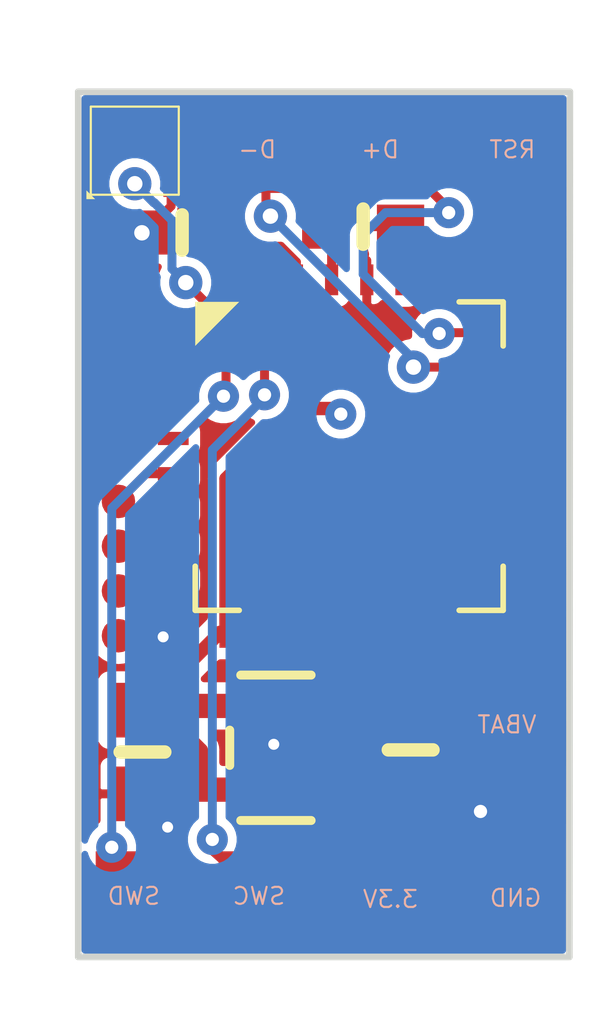
<source format=kicad_pcb>
(kicad_pcb (version 20171130) (host pcbnew 5.0.0)

  (general
    (thickness 1.6)
    (drawings 16)
    (tracks 125)
    (zones 0)
    (modules 23)
    (nets 35)
  )

  (page A4)
  (layers
    (0 Top signal)
    (31 Bottom signal)
    (32 B.Adhes user)
    (33 F.Adhes user)
    (34 B.Paste user)
    (35 F.Paste user)
    (36 B.SilkS user)
    (37 F.SilkS user)
    (38 B.Mask user)
    (39 F.Mask user)
    (40 Dwgs.User user)
    (41 Cmts.User user)
    (42 Eco1.User user)
    (43 Eco2.User user)
    (44 Edge.Cuts user)
    (45 Margin user)
    (46 B.CrtYd user)
    (47 F.CrtYd user)
    (48 B.Fab user)
    (49 F.Fab user)
  )

  (setup
    (last_trace_width 0.25)
    (trace_clearance 0.2)
    (zone_clearance 0.26)
    (zone_45_only no)
    (trace_min 0.2)
    (segment_width 0.2)
    (edge_width 0.15)
    (via_size 0.8)
    (via_drill 0.4)
    (via_min_size 0.4)
    (via_min_drill 0.25)
    (uvia_size 0.3)
    (uvia_drill 0.1)
    (uvias_allowed no)
    (uvia_min_size 0.2)
    (uvia_min_drill 0.1)
    (pcb_text_width 0.3)
    (pcb_text_size 1.5 1.5)
    (mod_edge_width 0.15)
    (mod_text_size 1 1)
    (mod_text_width 0.15)
    (pad_size 1.524 1.524)
    (pad_drill 0.762)
    (pad_to_mask_clearance 0.2)
    (aux_axis_origin 0 0)
    (visible_elements FFFFFF7F)
    (pcbplotparams
      (layerselection 0x010fc_ffffffff)
      (usegerberextensions false)
      (usegerberattributes false)
      (usegerberadvancedattributes false)
      (creategerberjobfile false)
      (excludeedgelayer true)
      (linewidth 0.100000)
      (plotframeref false)
      (viasonmask false)
      (mode 1)
      (useauxorigin false)
      (hpglpennumber 1)
      (hpglpenspeed 20)
      (hpglpendiameter 15.000000)
      (psnegative false)
      (psa4output false)
      (plotreference true)
      (plotvalue true)
      (plotinvisibletext false)
      (padsonsilk false)
      (subtractmaskfromsilk false)
      (outputformat 1)
      (mirror false)
      (drillshape 1)
      (scaleselection 1)
      (outputdirectory ""))
  )

  (net 0 "")
  (net 1 GND)
  (net 2 3.3V)
  (net 3 VBAT)
  (net 4 "Net-(U1-Pad4)")
  (net 5 "Net-(C3-Pad1)")
  (net 6 /SWD)
  (net 7 /SWC)
  (net 8 "Net-(U$1-Pad27)")
  (net 9 /RST)
  (net 10 "Net-(U$1-Pad25)")
  (net 11 /D+)
  (net 12 /D-)
  (net 13 "Net-(U$1-Pad22)")
  (net 14 "Net-(U$1-Pad21)")
  (net 15 "Net-(U$1-Pad20)")
  (net 16 "Net-(U$1-Pad19)")
  (net 17 "Net-(U$1-Pad18)")
  (net 18 "Net-(U$1-Pad17)")
  (net 19 "Net-(U$1-Pad16)")
  (net 20 "Net-(U$1-Pad15)")
  (net 21 "Net-(U$1-Pad14)")
  (net 22 "Net-(U$1-Pad13)")
  (net 23 "Net-(U$1-Pad12)")
  (net 24 "Net-(TP17-PadP$1)")
  (net 25 "Net-(TP16-PadP$1)")
  (net 26 "Net-(TP15-PadP$1)")
  (net 27 "Net-(TP14-PadP$1)")
  (net 28 /DI)
  (net 29 /CI)
  (net 30 "Net-(TP12-PadP$1)")
  (net 31 "Net-(TP13-PadP$1)")
  (net 32 "Net-(U$3-PadCL_OUT)")
  (net 33 "Net-(U$3-PadD_OUT)")
  (net 34 "Net-(U$1-Pad11)")

  (net_class Default "This is the default net class."
    (clearance 0.2)
    (trace_width 0.25)
    (via_dia 0.8)
    (via_drill 0.4)
    (uvia_dia 0.3)
    (uvia_drill 0.1)
    (add_net /CI)
    (add_net /D+)
    (add_net /D-)
    (add_net /DI)
    (add_net /RST)
    (add_net /SWC)
    (add_net /SWD)
    (add_net 3.3V)
    (add_net GND)
    (add_net "Net-(C3-Pad1)")
    (add_net "Net-(TP12-PadP$1)")
    (add_net "Net-(TP13-PadP$1)")
    (add_net "Net-(TP14-PadP$1)")
    (add_net "Net-(TP15-PadP$1)")
    (add_net "Net-(TP16-PadP$1)")
    (add_net "Net-(TP17-PadP$1)")
    (add_net "Net-(U$1-Pad11)")
    (add_net "Net-(U$1-Pad12)")
    (add_net "Net-(U$1-Pad13)")
    (add_net "Net-(U$1-Pad14)")
    (add_net "Net-(U$1-Pad15)")
    (add_net "Net-(U$1-Pad16)")
    (add_net "Net-(U$1-Pad17)")
    (add_net "Net-(U$1-Pad18)")
    (add_net "Net-(U$1-Pad19)")
    (add_net "Net-(U$1-Pad20)")
    (add_net "Net-(U$1-Pad21)")
    (add_net "Net-(U$1-Pad22)")
    (add_net "Net-(U$1-Pad25)")
    (add_net "Net-(U$1-Pad27)")
    (add_net "Net-(U$3-PadCL_OUT)")
    (add_net "Net-(U$3-PadD_OUT)")
    (add_net "Net-(U1-Pad4)")
    (add_net VBAT)
  )

  (module modchip-2layer:0805-NO (layer Top) (tedit 5B851B8F) (tstamp 5B85075A)
    (at 144.3736 110.1697 270)
    (path /1B93D2F392C1A28E)
    (fp_text reference C8 (at 2.032 0.127 270) (layer F.SilkS) hide
      (effects (font (size 0.77216 0.77216) (thickness 0.146304)) (justify right top))
    )
    (fp_text value 10uF (at 2.032 0.762 270) (layer F.Fab) hide
      (effects (font (size 0.38608 0.38608) (thickness 0.04064)) (justify right top))
    )
    (fp_line (start 0 -0.508) (end 0 0.508) (layer F.SilkS) (width 0.3048))
    (fp_poly (pts (xy 0.3556 0.7239) (xy 1.1057 0.7239) (xy 1.1057 -0.7262) (xy 0.3556 -0.7262)) (layer F.Fab) (width 0))
    (fp_poly (pts (xy -1.0922 0.7239) (xy -0.3421 0.7239) (xy -0.3421 -0.7262) (xy -1.0922 -0.7262)) (layer F.Fab) (width 0))
    (fp_line (start -0.356 0.66) (end 0.381 0.66) (layer F.Fab) (width 0.1016))
    (fp_line (start -0.381 -0.66) (end 0.381 -0.66) (layer F.Fab) (width 0.1016))
    (pad 2 smd rect (at 0.95 0 270) (size 1.24 1.5) (layers Top F.Paste F.Mask)
      (net 1 GND) (solder_mask_margin 0.1397))
    (pad 1 smd rect (at -0.95 0 270) (size 1.24 1.5) (layers Top F.Paste F.Mask)
      (net 2 3.3V) (solder_mask_margin 0.1397))
  )

  (module modchip-2layer:0805-NO (layer Top) (tedit 5B851B78) (tstamp 5B850764)
    (at 150.4696 110.1217 90)
    (path /23009AF2D1512118)
    (fp_text reference C1 (at 2.032 0.127 90) (layer F.SilkS) hide
      (effects (font (size 0.77216 0.77216) (thickness 0.146304)) (justify left bottom))
    )
    (fp_text value 10uF (at 2.032 0.762 90) (layer F.Fab) hide
      (effects (font (size 0.38608 0.38608) (thickness 0.04064)) (justify left bottom))
    )
    (fp_line (start 0 -0.508) (end 0 0.508) (layer F.SilkS) (width 0.3048))
    (fp_poly (pts (xy 0.3556 0.7239) (xy 1.1057 0.7239) (xy 1.1057 -0.7262) (xy 0.3556 -0.7262)) (layer F.Fab) (width 0))
    (fp_poly (pts (xy -1.0922 0.7239) (xy -0.3421 0.7239) (xy -0.3421 -0.7262) (xy -1.0922 -0.7262)) (layer F.Fab) (width 0))
    (fp_line (start -0.356 0.66) (end 0.381 0.66) (layer F.Fab) (width 0.1016))
    (fp_line (start -0.381 -0.66) (end 0.381 -0.66) (layer F.Fab) (width 0.1016))
    (pad 2 smd rect (at 0.95 0 90) (size 1.24 1.5) (layers Top F.Paste F.Mask)
      (net 1 GND) (solder_mask_margin 0.1397))
    (pad 1 smd rect (at -0.95 0 90) (size 1.24 1.5) (layers Top F.Paste F.Mask)
      (net 3 VBAT) (solder_mask_margin 0.1397))
  )

  (module modchip-2layer:SOT23-5 (layer Top) (tedit 5B851B7B) (tstamp 5B85076E)
    (at 147.4071 110.0737 90)
    (descr "<b>Small Outline Transistor</b> - 5 Pin")
    (path /978CE552955E12FA)
    (fp_text reference U1 (at 1.978 0 90) (layer F.SilkS) hide
      (effects (font (size 0.77216 0.77216) (thickness 0.146304)) (justify left bottom))
    )
    (fp_text value AP2112K-3.3 (at 1.978 0.635 90) (layer F.Fab) hide
      (effects (font (size 0.38608 0.38608) (thickness 0.04064)) (justify left bottom))
    )
    (fp_line (start -0.4 -1.05) (end 0.4 -1.05) (layer F.SilkS) (width 0.2032))
    (fp_poly (pts (xy -1.2 -0.85) (xy -0.7 -0.85) (xy -0.7 -1.5) (xy -1.2 -1.5)) (layer F.Fab) (width 0))
    (fp_poly (pts (xy 0.7 -0.85) (xy 1.2 -0.85) (xy 1.2 -1.5) (xy 0.7 -1.5)) (layer F.Fab) (width 0))
    (fp_poly (pts (xy 0.7 1.5) (xy 1.2 1.5) (xy 1.2 0.85) (xy 0.7 0.85)) (layer F.Fab) (width 0))
    (fp_poly (pts (xy -0.25 1.5) (xy 0.25 1.5) (xy 0.25 0.85) (xy -0.25 0.85)) (layer F.Fab) (width 0))
    (fp_poly (pts (xy -1.2 1.5) (xy -0.7 1.5) (xy -0.7 0.85) (xy -1.2 0.85)) (layer F.Fab) (width 0))
    (fp_line (start 1.65 -0.8) (end 1.65 0.8) (layer F.SilkS) (width 0.2032))
    (fp_line (start -1.65 -0.8) (end -1.65 0.8) (layer F.SilkS) (width 0.2032))
    (fp_line (start -1.4224 -0.8104) (end 1.4224 -0.8104) (layer F.Fab) (width 0.2032))
    (fp_line (start -1.4224 0.8104) (end -1.4224 -0.8104) (layer F.Fab) (width 0.2032))
    (fp_line (start 1.4224 0.8104) (end -1.4224 0.8104) (layer F.Fab) (width 0.2032))
    (fp_line (start 1.4224 -0.8104) (end 1.4224 0.8104) (layer F.Fab) (width 0.2032))
    (pad 5 smd rect (at -0.95 -1.3001 90) (size 0.55 1.2) (layers Top F.Paste F.Mask)
      (net 2 3.3V) (solder_mask_margin 0.1397))
    (pad 4 smd rect (at 0.95 -1.3001 90) (size 0.55 1.2) (layers Top F.Paste F.Mask)
      (net 4 "Net-(U1-Pad4)") (solder_mask_margin 0.1397))
    (pad 3 smd rect (at 0.95 1.3001 90) (size 0.55 1.2) (layers Top F.Paste F.Mask)
      (net 3 VBAT) (solder_mask_margin 0.1397))
    (pad 2 smd rect (at 0 1.3001 90) (size 0.55 1.2) (layers Top F.Paste F.Mask)
      (net 1 GND) (solder_mask_margin 0.1397))
    (pad 1 smd rect (at -0.95 1.3001 90) (size 0.55 1.2) (layers Top F.Paste F.Mask)
      (net 3 VBAT) (solder_mask_margin 0.1397))
  )

  (module modchip-2layer:0603-NO (layer Top) (tedit 5B851B98) (tstamp 5B850782)
    (at 149.3901 98.2472)
    (path /FA50F24791680661)
    (fp_text reference C3 (at 1.778 0.127) (layer F.SilkS) hide
      (effects (font (size 0.77216 0.77216) (thickness 0.146304)) (justify left bottom))
    )
    (fp_text value 1uF (at 1.778 0.762) (layer F.Fab) hide
      (effects (font (size 0.38608 0.38608) (thickness 0.04064)) (justify left bottom))
    )
    (fp_line (start 0 -0.4) (end 0 0.4) (layer F.SilkS) (width 0.3048))
    (fp_poly (pts (xy -0.1999 0.3) (xy 0.1999 0.3) (xy 0.1999 -0.3) (xy -0.1999 -0.3)) (layer F.Adhes) (width 0))
    (fp_poly (pts (xy 0.3302 0.4699) (xy 0.8303 0.4699) (xy 0.8303 -0.4801) (xy 0.3302 -0.4801)) (layer F.Fab) (width 0))
    (fp_poly (pts (xy -0.8382 0.4699) (xy -0.3381 0.4699) (xy -0.3381 -0.4801) (xy -0.8382 -0.4801)) (layer F.Fab) (width 0))
    (fp_line (start -0.356 0.419) (end 0.356 0.419) (layer F.Fab) (width 0.1016))
    (fp_line (start -0.356 -0.432) (end 0.356 -0.432) (layer F.Fab) (width 0.1016))
    (fp_line (start -1.473 0.729) (end -1.473 -0.729) (layer Dwgs.User) (width 0.0508))
    (fp_line (start 1.473 0.729) (end -1.473 0.729) (layer Dwgs.User) (width 0.0508))
    (fp_line (start 1.473 -0.729) (end 1.473 0.729) (layer Dwgs.User) (width 0.0508))
    (fp_line (start -1.473 -0.729) (end 1.473 -0.729) (layer Dwgs.User) (width 0.0508))
    (pad 2 smd rect (at 0.85 0) (size 1.075 1) (layers Top F.Paste F.Mask)
      (net 1 GND) (solder_mask_margin 0.1397))
    (pad 1 smd rect (at -0.85 0) (size 1.075 1) (layers Top F.Paste F.Mask)
      (net 5 "Net-(C3-Pad1)") (solder_mask_margin 0.1397))
  )

  (module modchip-2layer:32-TQFP (layer Top) (tedit 0) (tstamp 5B850791)
    (at 149.0726 103.4542)
    (path /850A8AB0BABD3B23)
    (fp_text reference U$1 (at 0 0) (layer F.SilkS) hide
      (effects (font (size 1.27 1.27) (thickness 0.15)))
    )
    (fp_text value ATSAMD21E18A-AU (at 0 0) (layer F.SilkS) hide
      (effects (font (size 1.27 1.27) (thickness 0.15)))
    )
    (fp_poly (pts (xy -3.5 -3.5) (xy -3.5 -2.5) (xy -2.5 -3.5)) (layer F.SilkS) (width 0))
    (fp_line (start -3.5 3.5) (end -2.5 3.5) (layer F.SilkS) (width 0.127))
    (fp_line (start -3.5 2.5) (end -3.5 3.5) (layer F.SilkS) (width 0.127))
    (fp_line (start 3.5 3.5) (end 3.5 2.5) (layer F.SilkS) (width 0.127))
    (fp_line (start 2.5 3.5) (end 3.5 3.5) (layer F.SilkS) (width 0.127))
    (fp_line (start 3.5 -3.5) (end 3.5 -2.5) (layer F.SilkS) (width 0.127))
    (fp_line (start 2.5 -3.5) (end 3.5 -3.5) (layer F.SilkS) (width 0.127))
    (fp_line (start -3.5 4.5) (end 3.5 4.5) (layer Dwgs.User) (width 0.127))
    (fp_line (start -3.5 -4.5) (end 3.5 -4.5) (layer Dwgs.User) (width 0.127))
    (fp_line (start -4.5 -3.5) (end -4.5 3.5) (layer Dwgs.User) (width 0.127))
    (fp_line (start 4.5 -3.5) (end 4.5 3.5) (layer Dwgs.User) (width 0.127))
    (fp_line (start -3.5 -3.5) (end 3.5 -3.5) (layer Dwgs.User) (width 0.127))
    (fp_line (start 3.5 -3.5) (end 3.5 3.5) (layer Dwgs.User) (width 0.127))
    (fp_line (start -3.5 -3.5) (end -3.5 3.5) (layer Dwgs.User) (width 0.127))
    (fp_line (start -3.5 3.5) (end 3.5 3.5) (layer Dwgs.User) (width 0.127))
    (pad 32 smd rect (at -2.8 -4 270) (size 0.7 0.3) (layers Top F.Paste F.Mask)
      (net 6 /SWD) (solder_mask_margin 0.1397))
    (pad 31 smd rect (at -2 -4 270) (size 0.7 0.3) (layers Top F.Paste F.Mask)
      (net 7 /SWC) (solder_mask_margin 0.1397))
    (pad 30 smd rect (at -1.2 -4 270) (size 0.7 0.3) (layers Top F.Paste F.Mask)
      (net 2 3.3V) (solder_mask_margin 0.1397))
    (pad 29 smd rect (at -0.4 -4 270) (size 0.7 0.3) (layers Top F.Paste F.Mask)
      (net 5 "Net-(C3-Pad1)") (solder_mask_margin 0.1397))
    (pad 28 smd rect (at 0.4 -4 270) (size 0.7 0.3) (layers Top F.Paste F.Mask)
      (net 1 GND) (solder_mask_margin 0.1397))
    (pad 27 smd rect (at 1.2 -4 270) (size 0.7 0.3) (layers Top F.Paste F.Mask)
      (net 8 "Net-(U$1-Pad27)") (solder_mask_margin 0.1397))
    (pad 26 smd rect (at 2 -4 270) (size 0.7 0.3) (layers Top F.Paste F.Mask)
      (net 9 /RST) (solder_mask_margin 0.1397))
    (pad 25 smd rect (at 2.8 -4 270) (size 0.7 0.3) (layers Top F.Paste F.Mask)
      (net 10 "Net-(U$1-Pad25)") (solder_mask_margin 0.1397))
    (pad 24 smd rect (at 4 -2.8 180) (size 0.7 0.3) (layers Top F.Paste F.Mask)
      (net 11 /D+) (solder_mask_margin 0.1397))
    (pad 23 smd rect (at 4 -2 180) (size 0.7 0.3) (layers Top F.Paste F.Mask)
      (net 12 /D-) (solder_mask_margin 0.1397))
    (pad 22 smd rect (at 4 -1.2 180) (size 0.7 0.3) (layers Top F.Paste F.Mask)
      (net 13 "Net-(U$1-Pad22)") (solder_mask_margin 0.1397))
    (pad 21 smd rect (at 4 -0.4 180) (size 0.7 0.3) (layers Top F.Paste F.Mask)
      (net 14 "Net-(U$1-Pad21)") (solder_mask_margin 0.1397))
    (pad 20 smd rect (at 4 0.4 180) (size 0.7 0.3) (layers Top F.Paste F.Mask)
      (net 15 "Net-(U$1-Pad20)") (solder_mask_margin 0.1397))
    (pad 19 smd rect (at 4 1.2 180) (size 0.7 0.3) (layers Top F.Paste F.Mask)
      (net 16 "Net-(U$1-Pad19)") (solder_mask_margin 0.1397))
    (pad 18 smd rect (at 4 2 180) (size 0.7 0.3) (layers Top F.Paste F.Mask)
      (net 17 "Net-(U$1-Pad18)") (solder_mask_margin 0.1397))
    (pad 17 smd rect (at 4 2.8 180) (size 0.7 0.3) (layers Top F.Paste F.Mask)
      (net 18 "Net-(U$1-Pad17)") (solder_mask_margin 0.1397))
    (pad 16 smd rect (at 2.8 4 90) (size 0.7 0.3) (layers Top F.Paste F.Mask)
      (net 19 "Net-(U$1-Pad16)") (solder_mask_margin 0.1397))
    (pad 15 smd rect (at 2 4 90) (size 0.7 0.3) (layers Top F.Paste F.Mask)
      (net 20 "Net-(U$1-Pad15)") (solder_mask_margin 0.1397))
    (pad 14 smd rect (at 1.2 4 90) (size 0.7 0.3) (layers Top F.Paste F.Mask)
      (net 21 "Net-(U$1-Pad14)") (solder_mask_margin 0.1397))
    (pad 13 smd rect (at 0.4 4 90) (size 0.7 0.3) (layers Top F.Paste F.Mask)
      (net 22 "Net-(U$1-Pad13)") (solder_mask_margin 0.1397))
    (pad 12 smd rect (at -0.4 4 90) (size 0.7 0.3) (layers Top F.Paste F.Mask)
      (net 23 "Net-(U$1-Pad12)") (solder_mask_margin 0.1397))
    (pad 11 smd rect (at -1.2 4 90) (size 0.7 0.3) (layers Top F.Paste F.Mask)
      (net 34 "Net-(U$1-Pad11)") (solder_mask_margin 0.1397))
    (pad 10 smd rect (at -2 4 90) (size 0.7 0.3) (layers Top F.Paste F.Mask)
      (net 1 GND) (solder_mask_margin 0.1397))
    (pad 9 smd rect (at -2.8 4 90) (size 0.7 0.3) (layers Top F.Paste F.Mask)
      (net 2 3.3V) (solder_mask_margin 0.1397))
    (pad 8 smd rect (at -4 2.8) (size 0.7 0.3) (layers Top F.Paste F.Mask)
      (net 24 "Net-(TP17-PadP$1)") (solder_mask_margin 0.1397))
    (pad 7 smd rect (at -4 2) (size 0.7 0.3) (layers Top F.Paste F.Mask)
      (net 25 "Net-(TP16-PadP$1)") (solder_mask_margin 0.1397))
    (pad 6 smd rect (at -4 1.2) (size 0.7 0.3) (layers Top F.Paste F.Mask)
      (net 26 "Net-(TP15-PadP$1)") (solder_mask_margin 0.1397))
    (pad 5 smd rect (at -4 0.4) (size 0.7 0.3) (layers Top F.Paste F.Mask)
      (net 27 "Net-(TP14-PadP$1)") (solder_mask_margin 0.1397))
    (pad 1 smd rect (at -4 -2.8) (size 0.7 0.3) (layers Top F.Paste F.Mask)
      (net 28 /DI) (solder_mask_margin 0.1397))
    (pad 2 smd rect (at -4 -2) (size 0.7 0.3) (layers Top F.Paste F.Mask)
      (net 29 /CI) (solder_mask_margin 0.1397))
    (pad 3 smd rect (at -4 -1.2) (size 0.7 0.3) (layers Top F.Paste F.Mask)
      (net 30 "Net-(TP12-PadP$1)") (solder_mask_margin 0.1397))
    (pad 4 smd rect (at -4 -0.4) (size 0.7 0.3) (layers Top F.Paste F.Mask)
      (net 31 "Net-(TP13-PadP$1)") (solder_mask_margin 0.1397))
  )

  (module modchip-2layer:TP20SQ (layer Top) (tedit 5B8507B5) (tstamp 5B8507C3)
    (at 152.6921 113.4237)
    (descr "<b>TEST PAD</b>")
    (path /E74EB8BB93FB0C53)
    (fp_text reference TP2 (at -1 -1.05 180) (layer F.SilkS) hide
      (effects (font (size 1.2065 1.2065) (thickness 0.1016)) (justify left bottom))
    )
    (fp_text value TPSQTP20SQ (at -1.016 1.143) (layer F.Fab)
      (effects (font (size 0.02413 0.02413) (thickness 0.002032)) (justify left bottom))
    )
    (fp_text user >TP_SIGNAL_NAME (at 0 2.54) (layer Dwgs.User) hide
      (effects (font (size 0.95 0.95) (thickness 0.08)) (justify left bottom))
    )
    (pad TP smd rect (at 0 0) (size 2 2) (layers Top F.Mask)
      (net 1 GND) (solder_mask_margin 0.1397))
  )

  (module modchip-2layer:TP20SQ (layer Top) (tedit 5B851B75) (tstamp 5B8507C8)
    (at 152.5651 109.4867)
    (descr "<b>TEST PAD</b>")
    (path /584DF611AF7E6EF2)
    (fp_text reference TP3 (at -1 -1.05) (layer F.SilkS) hide
      (effects (font (size 1.2065 1.2065) (thickness 0.1016)) (justify left bottom))
    )
    (fp_text value TPSQTP20SQ (at -1.016 1.143) (layer F.Fab)
      (effects (font (size 0.02413 0.02413) (thickness 0.002032)) (justify left bottom))
    )
    (fp_text user >TP_SIGNAL_NAME (at 0 2.54) (layer Dwgs.User) hide
      (effects (font (size 0.95 0.95) (thickness 0.08)) (justify left bottom))
    )
    (pad TP smd rect (at 0 0) (size 2 2) (layers Top F.Mask)
      (net 3 VBAT) (solder_mask_margin 0.1397))
  )

  (module modchip-2layer:TP20SQ (layer Top) (tedit 5B850793) (tstamp 5B8507CD)
    (at 149.9743 96.4819)
    (descr "<b>TEST PAD</b>")
    (path /42A89C514B4E01D4)
    (fp_text reference TP4 (at -1 -1.05) (layer F.SilkS) hide
      (effects (font (size 1.2065 1.2065) (thickness 0.1016)) (justify left bottom))
    )
    (fp_text value TPSQTP20SQ (at -1.016 1.143) (layer F.Fab)
      (effects (font (size 0.02413 0.02413) (thickness 0.002032)) (justify left bottom))
    )
    (fp_text user >TP_SIGNAL_NAME (at 0 2.54) (layer Dwgs.User) hide
      (effects (font (size 0.95 0.95) (thickness 0.08)) (justify left bottom))
    )
    (pad TP smd rect (at 0 0) (size 2 2) (layers Top F.Mask)
      (net 11 /D+) (solder_mask_margin 0.1397))
  )

  (module modchip-2layer:TP20SQ (layer Top) (tedit 5B85079A) (tstamp 5B8507D2)
    (at 147.1803 96.4819)
    (descr "<b>TEST PAD</b>")
    (path /73A8DA4B995FED16)
    (fp_text reference TP5 (at -1 -1.05) (layer F.SilkS) hide
      (effects (font (size 1.2065 1.2065) (thickness 0.1016)) (justify left bottom))
    )
    (fp_text value TPSQTP20SQ (at -1.016 1.143) (layer F.Fab)
      (effects (font (size 0.02413 0.02413) (thickness 0.002032)) (justify left bottom))
    )
    (fp_text user >TP_SIGNAL_NAME (at 0 2.54) (layer Dwgs.User) hide
      (effects (font (size 0.95 0.95) (thickness 0.08)) (justify left bottom))
    )
    (pad TP smd rect (at 0 0) (size 2 2) (layers Top F.Mask)
      (net 12 /D-) (solder_mask_margin 0.1397))
  )

  (module modchip-2layer:TP20SQ (layer Top) (tedit 5B851B86) (tstamp 5B8507D7)
    (at 144.3101 113.4237)
    (descr "<b>TEST PAD</b>")
    (path /DD98622291487DA1)
    (fp_text reference TP6 (at -1 -1.05) (layer F.SilkS) hide
      (effects (font (size 1.2065 1.2065) (thickness 0.1016)) (justify left bottom))
    )
    (fp_text value TPSQTP20SQ (at -1.016 1.143) (layer F.Fab)
      (effects (font (size 0.02413 0.02413) (thickness 0.002032)) (justify left bottom))
    )
    (fp_text user >TP_SIGNAL_NAME (at 0 2.54) (layer Dwgs.User) hide
      (effects (font (size 0.95 0.95) (thickness 0.08)) (justify left bottom))
    )
    (pad TP smd rect (at 0 0) (size 2 2) (layers Top F.Mask)
      (net 6 /SWD) (solder_mask_margin 0.1397))
  )

  (module modchip-2layer:TP20SQ (layer Top) (tedit 5B851B8A) (tstamp 5B8507DC)
    (at 147.1041 113.4237)
    (descr "<b>TEST PAD</b>")
    (path /F37B28B1FBB8F26C)
    (fp_text reference TP7 (at -1 -1.05) (layer F.SilkS) hide
      (effects (font (size 1.2065 1.2065) (thickness 0.1016)) (justify left bottom))
    )
    (fp_text value TPSQTP20SQ (at -1.016 1.143) (layer F.Fab)
      (effects (font (size 0.02413 0.02413) (thickness 0.002032)) (justify left bottom))
    )
    (fp_text user >TP_SIGNAL_NAME (at 0 2.54) (layer Dwgs.User) hide
      (effects (font (size 0.95 0.95) (thickness 0.08)) (justify left bottom))
    )
    (pad TP smd rect (at 0 0) (size 2 2) (layers Top F.Mask)
      (net 7 /SWC) (solder_mask_margin 0.1397))
  )

  (module modchip-2layer:TP20SQ (layer Top) (tedit 5B851B82) (tstamp 5B8507E1)
    (at 149.8981 113.4237)
    (descr "<b>TEST PAD</b>")
    (path /3EDCF93E6613F206)
    (fp_text reference TP8 (at -1 -1.05) (layer F.SilkS) hide
      (effects (font (size 1.2065 1.2065) (thickness 0.1016)) (justify left bottom))
    )
    (fp_text value TPSQTP20SQ (at -1.016 1.143) (layer F.Fab)
      (effects (font (size 0.02413 0.02413) (thickness 0.002032)) (justify left bottom))
    )
    (fp_text user >TP_SIGNAL_NAME (at 0 2.54) (layer Dwgs.User) hide
      (effects (font (size 0.95 0.95) (thickness 0.08)) (justify left bottom))
    )
    (pad TP smd rect (at 0 0) (size 2 2) (layers Top F.Mask)
      (net 2 3.3V) (solder_mask_margin 0.1397))
  )

  (module modchip-2layer:TP20SQ (layer Top) (tedit 5B850796) (tstamp 5B8507E6)
    (at 152.7683 96.4819)
    (descr "<b>TEST PAD</b>")
    (path /117562F3A5F4684E)
    (fp_text reference TP9 (at -1 -1.05) (layer F.SilkS) hide
      (effects (font (size 1.2065 1.2065) (thickness 0.1016)) (justify left bottom))
    )
    (fp_text value TPSQTP20SQ (at -1.016 1.143) (layer F.Fab)
      (effects (font (size 0.02413 0.02413) (thickness 0.002032)) (justify left bottom))
    )
    (fp_text user >TP_SIGNAL_NAME (at 0 2.54) (layer Dwgs.User) hide
      (effects (font (size 0.95 0.95) (thickness 0.08)) (justify left bottom))
    )
    (pad TP smd rect (at 0 0) (size 2 2) (layers Top F.Mask)
      (net 9 /RST) (solder_mask_margin 0.1397))
  )

  (module modchip-2layer:PAD.03X.03 (layer Top) (tedit 0) (tstamp 5B8507EB)
    (at 143.8275 100.4189)
    (descr "<h3>Electrically Conductive Pad 0.03\" Circle</h3>\nUsed as a test point connection for pogo pins or other debugging tools. \n<p>Specifications:\n<li>Area: 0.03\" x 0.03\"</li>\n</ul></p>\n<p>Example device(s):\n<ul><li>TEST_POINT</li>\n</ul></p>")
    (path /70EBF29CD96F58B6)
    (fp_text reference TP1 (at 0 0) (layer F.SilkS) hide
      (effects (font (size 1.27 1.27) (thickness 0.15)))
    )
    (fp_text value TEST-POINT3 (at 0 0) (layer F.SilkS) hide
      (effects (font (size 1.27 1.27) (thickness 0.15)))
    )
    (pad P$1 smd roundrect (at 0 0) (size 0.762 0.762) (layers Top F.Mask) (roundrect_rratio 0.5)
      (net 28 /DI) (solder_mask_margin 0.1397))
  )

  (module modchip-2layer:PAD.03X.03 (layer Top) (tedit 0) (tstamp 5B8507EF)
    (at 143.8275 101.4349)
    (descr "<h3>Electrically Conductive Pad 0.03\" Circle</h3>\nUsed as a test point connection for pogo pins or other debugging tools. \n<p>Specifications:\n<li>Area: 0.03\" x 0.03\"</li>\n</ul></p>\n<p>Example device(s):\n<ul><li>TEST_POINT</li>\n</ul></p>")
    (path /6C0C61D123AA896A)
    (fp_text reference TP11 (at 0 0) (layer F.SilkS) hide
      (effects (font (size 1.27 1.27) (thickness 0.15)))
    )
    (fp_text value TEST-POINT3 (at 0 0) (layer F.SilkS) hide
      (effects (font (size 1.27 1.27) (thickness 0.15)))
    )
    (pad P$1 smd roundrect (at 0 0) (size 0.762 0.762) (layers Top F.Mask) (roundrect_rratio 0.5)
      (net 29 /CI) (solder_mask_margin 0.1397))
  )

  (module modchip-2layer:PAD.03X.03 (layer Top) (tedit 0) (tstamp 5B8507F3)
    (at 143.8275 102.4001)
    (descr "<h3>Electrically Conductive Pad 0.03\" Circle</h3>\nUsed as a test point connection for pogo pins or other debugging tools. \n<p>Specifications:\n<li>Area: 0.03\" x 0.03\"</li>\n</ul></p>\n<p>Example device(s):\n<ul><li>TEST_POINT</li>\n</ul></p>")
    (path /2877EF4DC11754AB)
    (fp_text reference TP12 (at 0 0) (layer F.SilkS) hide
      (effects (font (size 1.27 1.27) (thickness 0.15)))
    )
    (fp_text value TEST-POINT3 (at 0 0) (layer F.SilkS) hide
      (effects (font (size 1.27 1.27) (thickness 0.15)))
    )
    (pad P$1 smd roundrect (at 0 0) (size 0.762 0.762) (layers Top F.Mask) (roundrect_rratio 0.5)
      (net 30 "Net-(TP12-PadP$1)") (solder_mask_margin 0.1397))
  )

  (module modchip-2layer:PAD.03X.03 (layer Top) (tedit 0) (tstamp 5B8507F7)
    (at 143.8275 103.4161)
    (descr "<h3>Electrically Conductive Pad 0.03\" Circle</h3>\nUsed as a test point connection for pogo pins or other debugging tools. \n<p>Specifications:\n<li>Area: 0.03\" x 0.03\"</li>\n</ul></p>\n<p>Example device(s):\n<ul><li>TEST_POINT</li>\n</ul></p>")
    (path /2ED4F7E8C864F48B)
    (fp_text reference TP13 (at 0 0) (layer F.SilkS) hide
      (effects (font (size 1.27 1.27) (thickness 0.15)))
    )
    (fp_text value TEST-POINT3 (at 0 0) (layer F.SilkS) hide
      (effects (font (size 1.27 1.27) (thickness 0.15)))
    )
    (pad P$1 smd roundrect (at 0 0) (size 0.762 0.762) (layers Top F.Mask) (roundrect_rratio 0.5)
      (net 31 "Net-(TP13-PadP$1)") (solder_mask_margin 0.1397))
  )

  (module modchip-2layer:PAD.03X.03 (layer Top) (tedit 0) (tstamp 5B8507FB)
    (at 143.8275 104.4829)
    (descr "<h3>Electrically Conductive Pad 0.03\" Circle</h3>\nUsed as a test point connection for pogo pins or other debugging tools. \n<p>Specifications:\n<li>Area: 0.03\" x 0.03\"</li>\n</ul></p>\n<p>Example device(s):\n<ul><li>TEST_POINT</li>\n</ul></p>")
    (path /3CCFE5FF2C84B2D)
    (fp_text reference TP14 (at 0 0) (layer F.SilkS) hide
      (effects (font (size 1.27 1.27) (thickness 0.15)))
    )
    (fp_text value TEST-POINT3 (at 0 0) (layer F.SilkS) hide
      (effects (font (size 1.27 1.27) (thickness 0.15)))
    )
    (pad P$1 smd roundrect (at 0 0) (size 0.762 0.762) (layers Top F.Mask) (roundrect_rratio 0.5)
      (net 27 "Net-(TP14-PadP$1)") (solder_mask_margin 0.1397))
  )

  (module modchip-2layer:PAD.03X.03 (layer Top) (tedit 0) (tstamp 5B8507FF)
    (at 143.8275 105.4989)
    (descr "<h3>Electrically Conductive Pad 0.03\" Circle</h3>\nUsed as a test point connection for pogo pins or other debugging tools. \n<p>Specifications:\n<li>Area: 0.03\" x 0.03\"</li>\n</ul></p>\n<p>Example device(s):\n<ul><li>TEST_POINT</li>\n</ul></p>")
    (path /3CCEA68E58F35777)
    (fp_text reference TP15 (at 0 0) (layer F.SilkS) hide
      (effects (font (size 1.27 1.27) (thickness 0.15)))
    )
    (fp_text value TEST-POINT3 (at 0 0) (layer F.SilkS) hide
      (effects (font (size 1.27 1.27) (thickness 0.15)))
    )
    (pad P$1 smd roundrect (at 0 0) (size 0.762 0.762) (layers Top F.Mask) (roundrect_rratio 0.5)
      (net 26 "Net-(TP15-PadP$1)") (solder_mask_margin 0.1397))
  )

  (module modchip-2layer:PAD.03X.03 (layer Top) (tedit 0) (tstamp 5B850803)
    (at 143.8275 106.5149)
    (descr "<h3>Electrically Conductive Pad 0.03\" Circle</h3>\nUsed as a test point connection for pogo pins or other debugging tools. \n<p>Specifications:\n<li>Area: 0.03\" x 0.03\"</li>\n</ul></p>\n<p>Example device(s):\n<ul><li>TEST_POINT</li>\n</ul></p>")
    (path /21897D77384029E9)
    (fp_text reference TP16 (at 0 0) (layer F.SilkS) hide
      (effects (font (size 1.27 1.27) (thickness 0.15)))
    )
    (fp_text value TEST-POINT3 (at 0 0) (layer F.SilkS) hide
      (effects (font (size 1.27 1.27) (thickness 0.15)))
    )
    (pad P$1 smd roundrect (at 0 0) (size 0.762 0.762) (layers Top F.Mask) (roundrect_rratio 0.5)
      (net 25 "Net-(TP16-PadP$1)") (solder_mask_margin 0.1397))
  )

  (module modchip-2layer:PAD.03X.03 (layer Top) (tedit 0) (tstamp 5B850807)
    (at 143.8275 107.5309)
    (descr "<h3>Electrically Conductive Pad 0.03\" Circle</h3>\nUsed as a test point connection for pogo pins or other debugging tools. \n<p>Specifications:\n<li>Area: 0.03\" x 0.03\"</li>\n</ul></p>\n<p>Example device(s):\n<ul><li>TEST_POINT</li>\n</ul></p>")
    (path /1145E9036AD8C59F)
    (fp_text reference TP17 (at 0 0) (layer F.SilkS) hide
      (effects (font (size 1.27 1.27) (thickness 0.15)))
    )
    (fp_text value TEST-POINT3 (at 0 0) (layer F.SilkS) hide
      (effects (font (size 1.27 1.27) (thickness 0.15)))
    )
    (pad P$1 smd roundrect (at 0 0) (size 0.762 0.762) (layers Top F.Mask) (roundrect_rratio 0.5)
      (net 24 "Net-(TP17-PadP$1)") (solder_mask_margin 0.1397))
  )

  (module modchip-2layer:APA102_2020 (layer Top) (tedit 5B851BB0) (tstamp 5B85080B)
    (at 145.1991 97.5233 90)
    (path /93CD699454307519)
    (fp_text reference U$3 (at 0 0 90) (layer F.SilkS) hide
      (effects (font (size 1.27 1.27) (thickness 0.15)))
    )
    (fp_text value APA1022020 (at 0 0 90) (layer F.SilkS) hide
      (effects (font (size 1.27 1.27) (thickness 0.15)))
    )
    (fp_poly (pts (xy 0.1 -2.1) (xy -0.1 -1.9) (xy -0.1 -2.1)) (layer F.SilkS) (width 0))
    (fp_text user 5V (at 2.1 -0.2 90) (layer F.SilkS) hide
      (effects (font (size 0.475 0.475) (thickness 0.04)) (justify left))
    )
    (fp_text user CL_OUT (at 2.05 -1 90) (layer F.SilkS) hide
      (effects (font (size 0.475 0.475) (thickness 0.04)) (justify left))
    )
    (fp_text user D_OUT (at 2.05 -1.775 90) (layer F.SilkS) hide
      (effects (font (size 0.475 0.475) (thickness 0.04)) (justify left))
    )
    (fp_text user GND (at -0.05 -0.15 90) (layer F.SilkS) hide
      (effects (font (size 0.475 0.475) (thickness 0.04)) (justify right))
    )
    (fp_text user CL_IN (at -0.05 -1 90) (layer F.SilkS) hide
      (effects (font (size 0.475 0.475) (thickness 0.04)) (justify right))
    )
    (fp_text user D_IN (at -0.05 -1.825 90) (layer F.SilkS) hide
      (effects (font (size 0.475 0.475) (thickness 0.04)) (justify right))
    )
    (fp_line (start 0 -2) (end 0 0) (layer F.SilkS) (width 0.05))
    (fp_line (start 2 -2) (end 0 -2) (layer F.SilkS) (width 0.05))
    (fp_line (start 2 0) (end 2 -2) (layer F.SilkS) (width 0.05))
    (fp_line (start 0 0) (end 2 0) (layer F.SilkS) (width 0.05))
    (pad CL_OUT smd rect (at 1.75 -1 90) (size 0.6 0.5) (layers Top F.Paste F.Mask)
      (net 32 "Net-(U$3-PadCL_OUT)") (solder_mask_margin 0.1397))
    (pad C_IN smd rect (at 0.25 -1 90) (size 0.6 0.5) (layers Top F.Paste F.Mask)
      (net 29 /CI) (solder_mask_margin 0.1397))
    (pad V_CC smd rect (at 1.75 -0.175 90) (size 0.6 0.35) (layers Top F.Paste F.Mask)
      (net 2 3.3V) (solder_mask_margin 0.1397))
    (pad GND smd rect (at 0.25 -0.175 90) (size 0.6 0.35) (layers Top F.Paste F.Mask)
      (net 1 GND) (solder_mask_margin 0.1397))
    (pad D_OUT smd rect (at 1.75 -1.825 90) (size 0.6 0.35) (layers Top F.Paste F.Mask)
      (net 33 "Net-(U$3-PadD_OUT)") (solder_mask_margin 0.1397))
    (pad D_IN smd rect (at 0.25 -1.825 90) (size 0.6 0.35) (layers Top F.Paste F.Mask)
      (net 28 /DI) (solder_mask_margin 0.1397))
  )

  (module modchip-2layer:0603-NO (layer Top) (tedit 5B8507DB) (tstamp 5B85081F)
    (at 145.2753 98.38055 180)
    (path /1A4EAE44B3C0B5DB)
    (fp_text reference C4 (at 1.778 0.127 180) (layer F.SilkS) hide
      (effects (font (size 0.77216 0.77216) (thickness 0.146304)) (justify right top))
    )
    (fp_text value 1uF (at 1.778 0.762 180) (layer F.Fab) hide
      (effects (font (size 0.38608 0.38608) (thickness 0.04064)) (justify right top))
    )
    (fp_line (start 0 -0.4) (end 0 0.4) (layer F.SilkS) (width 0.3048))
    (fp_poly (pts (xy -0.1999 0.3) (xy 0.1999 0.3) (xy 0.1999 -0.3) (xy -0.1999 -0.3)) (layer F.Adhes) (width 0))
    (fp_poly (pts (xy 0.3302 0.4699) (xy 0.8303 0.4699) (xy 0.8303 -0.4801) (xy 0.3302 -0.4801)) (layer F.Fab) (width 0))
    (fp_poly (pts (xy -0.8382 0.4699) (xy -0.3381 0.4699) (xy -0.3381 -0.4801) (xy -0.8382 -0.4801)) (layer F.Fab) (width 0))
    (fp_line (start -0.356 0.419) (end 0.356 0.419) (layer F.Fab) (width 0.1016))
    (fp_line (start -0.356 -0.432) (end 0.356 -0.432) (layer F.Fab) (width 0.1016))
    (fp_line (start -1.473 0.729) (end -1.473 -0.729) (layer Dwgs.User) (width 0.0508))
    (fp_line (start 1.473 0.729) (end -1.473 0.729) (layer Dwgs.User) (width 0.0508))
    (fp_line (start 1.473 -0.729) (end 1.473 0.729) (layer Dwgs.User) (width 0.0508))
    (fp_line (start -1.473 -0.729) (end 1.473 -0.729) (layer Dwgs.User) (width 0.0508))
    (pad 2 smd rect (at 0.85 0 180) (size 1.075 1) (layers Top F.Paste F.Mask)
      (net 1 GND) (solder_mask_margin 0.1397))
    (pad 1 smd rect (at -0.85 0 180) (size 1.075 1) (layers Top F.Paste F.Mask)
      (net 2 3.3V) (solder_mask_margin 0.1397))
  )

  (gr_line (start 142.9131 114.8207) (end 154.0766 114.8207) (layer Edge.Cuts) (width 0.15) (tstamp 5591FB501590))
  (gr_line (start 154.0766 114.8207) (end 154.0891 95.1865) (layer Edge.Cuts) (width 0.15) (tstamp 5591FB501A60))
  (gr_line (start 154.0891 95.1865) (end 142.9131 95.1865) (layer Edge.Cuts) (width 0.15) (tstamp 5591FB501F10))
  (gr_line (start 142.9131 95.1865) (end 142.9131 114.8207) (layer Edge.Cuts) (width 0.15) (tstamp 5591FB4B7190))
  (gr_text SWD (at 144.8054 113.665) (layer B.SilkS) (tstamp 5591FA37ABB0)
    (effects (font (size 0.38608 0.38608) (thickness 0.048768)) (justify left bottom mirror))
  )
  (gr_text SWC (at 147.6502 113.665) (layer B.SilkS) (tstamp 5591FA37B1F0)
    (effects (font (size 0.38608 0.38608) (thickness 0.048768)) (justify left bottom mirror))
  )
  (gr_text 3.3V (at 149.352 113.284) (layer B.SilkS) (tstamp 5591FA37B830)
    (effects (font (size 0.38608 0.38608) (thickness 0.048768)) (justify right top mirror))
  )
  (gr_text GND (at 152.2349 113.2586) (layer B.SilkS) (tstamp 5591FA37BEB0)
    (effects (font (size 0.38608 0.38608) (thickness 0.048768)) (justify right top mirror))
  )
  (gr_text VBAT (at 151.9555 109.3216) (layer B.SilkS) (tstamp 5591FA37C510)
    (effects (font (size 0.38608 0.38608) (thickness 0.048768)) (justify right top mirror))
  )
  (gr_text D- (at 147.447 96.7232) (layer B.SilkS) (tstamp 5591FA37CB90)
    (effects (font (size 0.38608 0.38608) (thickness 0.048768)) (justify left bottom mirror))
  )
  (gr_text D+ (at 150.241 96.7232) (layer B.SilkS) (tstamp 5591FA37D1D0)
    (effects (font (size 0.38608 0.38608) (thickness 0.048768)) (justify left bottom mirror))
  )
  (gr_text RST (at 153.3398 96.7232) (layer B.SilkS) (tstamp 5591FA37D810)
    (effects (font (size 0.38608 0.38608) (thickness 0.048768)) (justify left bottom mirror))
  )
  (gr_text X41 (at 149.9997 112.8014 -90) (layer Dwgs.User) (tstamp 5591FA37DE70)
    (effects (font (size 1.6891 1.6891) (thickness 0.14224)) (justify left bottom mirror))
  )
  (gr_text @i8br (at 152.0952 114.2111 -90) (layer Dwgs.User) (tstamp 5591FA37E350)
    (effects (font (size 1.35128 1.35128) (thickness 0.113792)) (justify left bottom mirror))
  )
  (gr_text SpacePort (at 152.9969 97.4217) (layer Dwgs.User) (tstamp 5591FA37E860)
    (effects (font (size 1.2065 1.2065) (thickness 0.1016)) (justify left bottom mirror))
  )
  (gr_text "rev 1.0" (at 152.9969 98.7044) (layer Dwgs.User) (tstamp 5591FA37ED20)
    (effects (font (size 0.77216 0.77216) (thickness 0.065024)) (justify left bottom mirror))
  )

  (via (at 151.1173 100.6729) (size 0.7064) (drill 0.3) (layers Top Bottom) (net 11) (tstamp 5591FA3D01D0))
  (segment (start 151.1173 100.6729) (end 150.7363 100.6729) (width 0.2032) (layer Bottom) (net 11) (tstamp 5591FA3D05A0))
  (via (at 151.334 97.9297) (size 0.7064) (drill 0.3) (layers Top Bottom) (net 11) (tstamp 5591FA3D0A80))
  (segment (start 149.9743 96.57) (end 149.9743 96.4819) (width 0.2032) (layer Top) (net 11) (tstamp 5591FA3D0E20))
  (segment (start 150.7363 100.6729) (end 149.3901 99.3267) (width 0.2032) (layer Bottom) (net 11) (tstamp 5591FA3D12F0))
  (segment (start 149.8981 97.9297) (end 151.334 97.9297) (width 0.2032) (layer Bottom) (net 11) (tstamp 5591FA3D17D0))
  (segment (start 149.3901 99.3267) (end 149.3901 98.4377) (width 0.2032) (layer Bottom) (net 11) (tstamp 5591FA3D1CC0))
  (segment (start 149.3901 98.4377) (end 149.8981 97.9297) (width 0.2032) (layer Bottom) (net 11) (tstamp 5591FA3D21B0))
  (segment (start 151.334 97.9297) (end 151.334 97.8662) (width 0.2032) (layer Top) (net 11) (tstamp 5591FA3D26A0))
  (segment (start 151.334 97.8662) (end 151.334 97.8416) (width 0.2032) (layer Top) (net 11) (tstamp 5591FA3D2B90))
  (segment (start 151.334 97.8416) (end 149.9743 96.4819) (width 0.2032) (layer Top) (net 11) (tstamp 5591FA3D3080))
  (segment (start 153.0726 100.6542) (end 151.136 100.6542) (width 0.2032) (layer Top) (net 11) (tstamp 5591FA3D3740))
  (segment (start 151.136 100.6542) (end 151.1173 100.6729) (width 0.2032) (layer Top) (net 11) (tstamp 5591FA3D3C60))
  (segment (start 147.1803 96.4819) (end 147.1803 97.9071) (width 0.2032) (layer Top) (net 12) (tstamp 5591FA3D46B0))
  (segment (start 147.2819 98.0087) (end 147.1803 97.9071) (width 0.2032) (layer Top) (net 12) (tstamp 5591FA3D4BB0))
  (via (at 147.2819 98.0087) (size 0.7564) (drill 0.35) (layers Top Bottom) (net 12) (tstamp 5591FA3D5090))
  (segment (start 147.2819 98.0087) (end 150.5331 101.2599) (width 0.2032) (layer Bottom) (net 12) (tstamp 5591FA3D5450))
  (via (at 150.5331 101.4349) (size 0.7564) (drill 0.35) (layers Top Bottom) (net 12) (tstamp 5591FA3D5910))
  (segment (start 150.5331 101.4349) (end 153.0533 101.4349) (width 0.2032) (layer Top) (net 12) (tstamp 5591FA3D5CD0))
  (segment (start 153.0533 101.4349) (end 153.0726 101.4542) (width 0.2032) (layer Top) (net 12) (tstamp 5591FA3D6190))
  (segment (start 150.5331 101.2599) (end 150.5331 101.4349) (width 0.2032) (layer Bottom) (net 12) (tstamp 5591FA3D6680))
  (segment (start 149.4726 99.0147) (end 149.4726 99.4542) (width 0.2032) (layer Top) (net 1) (tstamp 5591FA3D8590))
  (via (at 152.0571 111.5187) (size 0.7064) (drill 0.3) (layers Top Bottom) (net 1) (tstamp 5591FA3D9590))
  (via (at 147.3581 109.9947) (size 0.6564) (drill 0.25) (layers Top Bottom) (net 1) (tstamp 5591FA3D98F0))
  (segment (start 148.7072 110.0737) (end 149.5676 110.0737) (width 0.3048) (layer Top) (net 1) (tstamp 5591FA3D9CA0))
  (segment (start 149.5676 110.0737) (end 150.4696 109.1717) (width 0.3048) (layer Top) (net 1) (tstamp 5591FA3DA140))
  (via (at 144.9451 111.8743) (size 0.6564) (drill 0.25) (layers Top Bottom) (net 1) (tstamp 5591FA3DA610))
  (segment (start 144.9451 111.8743) (end 144.9451 111.6912) (width 0.3048) (layer Top) (net 1) (tstamp 5591FA3DA9D0))
  (segment (start 144.9451 111.6912) (end 144.3736 111.1197) (width 0.3048) (layer Top) (net 1) (tstamp 5591FA3DAE90))
  (via (at 144.8435 107.5563) (size 0.6564) (drill 0.25) (layers Top Bottom) (net 1) (tstamp 5591FA3DB370))
  (segment (start 145.0241 97.2733) (end 145.0241 97.78175) (width 0.2032) (layer Top) (net 1) (tstamp 5591FA3DBD00))
  (segment (start 145.0241 97.78175) (end 144.4253 98.38055) (width 0.2032) (layer Top) (net 1) (tstamp 5591FA3DC220))
  (segment (start 144.4253 98.38055) (end 144.41895 98.3869) (width 0.2032) (layer Top) (net 1) (tstamp 5591FA3DC700))
  (segment (start 144.41895 98.3869) (end 144.3609 98.3869) (width 0.2032) (layer Top) (net 1) (tstamp 5591FA3DCBE0))
  (via (at 144.3609 98.3869) (size 0.7564) (drill 0.35) (layers Top Bottom) (net 1) (tstamp 5591FA3DD0D0))
  (segment (start 144.5957 108.9976) (end 144.3736 109.2197) (width 0.3048) (layer Top) (net 2) (tstamp 5591FA3DE580))
  (segment (start 146.107 111.0237) (end 145.7071 110.6238) (width 0.3048) (layer Top) (net 2) (tstamp 5591FA3DEA90))
  (segment (start 145.7071 110.6238) (end 145.7071 110.1217) (width 0.3048) (layer Top) (net 2) (tstamp 5591FA3DEF70))
  (segment (start 145.7071 110.1217) (end 145.1991 109.6137) (width 0.3048) (layer Top) (net 2) (tstamp 5591FA3DF450))
  (segment (start 144.7676 109.6137) (end 144.3736 109.2197) (width 0.3048) (layer Top) (net 2) (tstamp 5591FA3DF920))
  (segment (start 145.1991 109.6137) (end 144.7676 109.6137) (width 0.3048) (layer Top) (net 2) (tstamp 5591FA3DFDF0))
  (segment (start 144.3736 109.2197) (end 146.1391 107.4542) (width 0.3048) (layer Top) (net 2) (tstamp 5591FA3E02C0))
  (segment (start 146.1391 107.4542) (end 146.2726 107.4542) (width 0.3048) (layer Top) (net 2) (tstamp 5591FA3E07A0))
  (segment (start 146.2726 107.4542) (end 146.2726 103.9682) (width 0.3048) (layer Top) (net 2) (tstamp 5591FA3E0C90))
  (segment (start 146.2726 103.9682) (end 147.8661 102.3747) (width 0.3048) (layer Top) (net 2) (tstamp 5591FA3E1180))
  (segment (start 147.8661 102.3747) (end 147.8661 99.4607) (width 0.3048) (layer Top) (net 2) (tstamp 5591FA3E1670))
  (segment (start 147.8661 99.4607) (end 147.8726 99.4542) (width 0.3048) (layer Top) (net 2) (tstamp 5591FA3E1B60))
  (segment (start 146.107 111.0237) (end 147.2441 111.0237) (width 0.3048) (layer Top) (net 2) (tstamp 5591FA3E2050))
  (segment (start 149.7711 113.4237) (end 149.8981 113.4237) (width 0.3048) (layer Top) (net 2) (tstamp 5591FA3E2520))
  (segment (start 147.2441 111.0237) (end 149.7711 113.4237) (width 0.3048) (layer Top) (net 2) (tstamp 5591FA3E29F0))
  (segment (start 147.8661 102.3747) (end 148.7551 102.3747) (width 0.3048) (layer Top) (net 2) (tstamp 5591FA3E2EC0))
  (segment (start 148.7551 102.3747) (end 148.8821 102.5017) (width 0.3048) (layer Top) (net 2) (tstamp 5591FA3E33B0))
  (via (at 148.8821 102.5017) (size 0.7064) (drill 0.3) (layers Top Bottom) (net 2) (tstamp 5591FA3E38A0))
  (segment (start 145.0241 95.7733) (end 145.5039 96.2531) (width 0.2032) (layer Top) (net 2) (tstamp 5591FA3E3E10))
  (segment (start 145.5039 96.2531) (end 145.5039 97.2947) (width 0.2032) (layer Top) (net 2) (tstamp 5591FA3E4330))
  (segment (start 145.5039 97.2947) (end 146.24685 98.03765) (width 0.2032) (layer Top) (net 2) (tstamp 5591FA3E4820))
  (segment (start 146.24685 98.03765) (end 146.9009 98.6917) (width 0.2032) (layer Top) (net 2) (tstamp 5591FA3E4D10))
  (segment (start 146.9009 98.6917) (end 147.51605 98.6917) (width 0.2032) (layer Top) (net 2) (tstamp 5591FA3E5200))
  (segment (start 147.51605 98.6917) (end 147.8726 99.04825) (width 0.2032) (layer Top) (net 2) (tstamp 5591FA3E56F0))
  (segment (start 147.8726 99.04825) (end 147.8726 99.4542) (width 0.2032) (layer Top) (net 2) (tstamp 5591FA3E5BE0))
  (segment (start 146.1253 98.38055) (end 146.24685 98.259) (width 0.2032) (layer Top) (net 2) (tstamp 5591FA3E62B0))
  (segment (start 146.24685 98.259) (end 146.24685 98.03765) (width 0.2032) (layer Top) (net 2) (tstamp 5591FA3E67C0))
  (segment (start 152.5651 109.4867) (end 150.5356 111.1377) (width 0.3048) (layer Top) (net 3) (tstamp 5591FA3E7650))
  (segment (start 150.5356 111.1377) (end 150.4696 111.0717) (width 0.3048) (layer Top) (net 3) (tstamp 5591FA3E7B50))
  (segment (start 150.4696 111.0717) (end 148.7552 111.0717) (width 0.3048) (layer Top) (net 3) (tstamp 5591FA3E8020))
  (segment (start 148.7552 111.0717) (end 148.7072 111.0237) (width 0.3048) (layer Top) (net 3) (tstamp 5591FA3E84F0))
  (segment (start 149.59335 108.2469) (end 151.34585 108.2469) (width 0.2032) (layer Top) (net 3) (tstamp 5591FA3E89C0))
  (segment (start 151.34585 108.2469) (end 151.5244 108.42545) (width 0.2032) (layer Top) (net 3) (tstamp 5591FA3E8EB0))
  (segment (start 148.7072 109.1237) (end 148.71655 109.1237) (width 0.2032) (layer Top) (net 3) (tstamp 5591FA3E93A0))
  (segment (start 151.5244 108.42545) (end 151.5244 108.446) (width 0.2032) (layer Top) (net 3) (tstamp 5591FA3E9870))
  (segment (start 148.71655 109.1237) (end 149.59335 108.2469) (width 0.2032) (layer Top) (net 3) (tstamp 5591FA3E9D60))
  (segment (start 151.5244 108.446) (end 152.5651 109.4867) (width 0.2032) (layer Top) (net 3) (tstamp 5591FA3EA240))
  (segment (start 148.6726 99.4542) (end 148.6726 98.3797) (width 0.2032) (layer Top) (net 5) (tstamp 5591FA3EAC80))
  (segment (start 148.6726 98.3797) (end 148.5401 98.2472) (width 0.2032) (layer Top) (net 5) (tstamp 5591FA3EB1A0))
  (segment (start 151.992 97.2582) (end 152.7683 96.4819) (width 0.2032) (layer Top) (net 9) (tstamp 5591FA3EBBF0))
  (segment (start 151.992 98.202257) (end 151.992 97.2582) (width 0.2032) (layer Top) (net 9) (tstamp 5591FA3EC110))
  (segment (start 151.0726 99.4542) (end 151.0726 99.121657) (width 0.2032) (layer Top) (net 9) (tstamp 5591FA3EC610))
  (segment (start 151.0726 99.121657) (end 151.992 98.202257) (width 0.2032) (layer Top) (net 9) (tstamp 5591FA3ECB10))
  (segment (start 147.1041 113.4237) (end 145.9611 112.4077) (width 0.2032) (layer Top) (net 7) (tstamp 5591FA3ED580))
  (segment (start 145.9611 112.4077) (end 145.9611 112.1537) (width 0.2032) (layer Top) (net 7) (tstamp 5591FA3EDA80))
  (via (at 145.9611 112.1537) (size 0.7064) (drill 0.3) (layers Top Bottom) (net 7) (tstamp 5591FA3EDF50))
  (segment (start 145.9611 112.1537) (end 145.9611 103.3145) (width 0.2032) (layer Bottom) (net 7) (tstamp 5591FA3EE2B0))
  (via (at 147.148206 102.063207) (size 0.7064) (drill 0.3) (layers Top Bottom) (net 7) (tstamp 5591FA3EE790))
  (segment (start 147.148206 102.063207) (end 147.148206 99.529807) (width 0.2032) (layer Top) (net 7) (tstamp 5591FA3EEB20))
  (segment (start 147.148206 99.529807) (end 147.0726 99.4542) (width 0.2032) (layer Top) (net 7) (tstamp 5591FA3EF050))
  (segment (start 145.9611 103.3145) (end 147.148206 102.127394) (width 0.2032) (layer Bottom) (net 7) (tstamp 5591FA3EF560))
  (segment (start 147.148206 102.127394) (end 147.148206 102.063207) (width 0.2032) (layer Bottom) (net 7) (tstamp 5591FA3EFA70))
  (segment (start 146.2726 99.4542) (end 146.2726 102.0378) (width 0.2032) (layer Top) (net 6) (tstamp 5591FA3F0500))
  (segment (start 146.2726 102.0378) (end 146.2151 102.0953) (width 0.2032) (layer Top) (net 6) (tstamp 5591FA3F0A20))
  (via (at 146.2151 102.0953) (size 0.7064) (drill 0.3) (layers Top Bottom) (net 6) (tstamp 5591FA3F0F10))
  (segment (start 146.2151 102.0953) (end 143.6751 104.6353) (width 0.2032) (layer Bottom) (net 6) (tstamp 5591FA3F1280))
  (segment (start 143.6751 104.6353) (end 143.6751 112.3315) (width 0.2032) (layer Bottom) (net 6) (tstamp 5591FA3F1770))
  (via (at 143.6751 112.3315) (size 0.7064) (drill 0.3) (layers Top Bottom) (net 6) (tstamp 5591FA3F1C60))
  (segment (start 143.6751 112.3315) (end 144.3101 113.2967) (width 0.2032) (layer Top) (net 6) (tstamp 5591FA3F1FD0))
  (segment (start 144.3101 113.2967) (end 144.3101 113.4237) (width 0.2032) (layer Top) (net 6) (tstamp 5591FA3F24B0))
  (segment (start 143.8275 102.4001) (end 143.9734 102.2542) (width 0.2032) (layer Top) (net 30) (tstamp 5591FA3F2F30))
  (segment (start 143.9734 102.2542) (end 145.0726 102.2542) (width 0.2032) (layer Top) (net 30) (tstamp 5591FA3F3420))
  (segment (start 143.8275 103.4161) (end 144.2402 103.0542) (width 0.2032) (layer Top) (net 31) (tstamp 5591FA3F3EC0))
  (segment (start 144.2402 103.0542) (end 145.0726 103.0542) (width 0.2032) (layer Top) (net 31) (tstamp 5591FA3F43B0))
  (segment (start 143.8275 104.4829) (end 144.4562 103.8542) (width 0.2032) (layer Top) (net 27) (tstamp 5591FA3F4E50))
  (segment (start 144.4562 103.8542) (end 145.0726 103.8542) (width 0.2032) (layer Top) (net 27) (tstamp 5591FA3F5340))
  (segment (start 143.8275 105.4989) (end 144.6722 104.6542) (width 0.2032) (layer Top) (net 26) (tstamp 5591FA3F5DE0))
  (segment (start 144.6722 104.6542) (end 145.0726 104.6542) (width 0.2032) (layer Top) (net 26) (tstamp 5591FA3F62D0))
  (segment (start 143.8275 106.5149) (end 144.8882 105.4542) (width 0.2032) (layer Top) (net 25) (tstamp 5591FA3F6D70))
  (segment (start 144.8882 105.4542) (end 145.0726 105.4542) (width 0.2032) (layer Top) (net 25) (tstamp 5591FA3F7260))
  (segment (start 145.0726 106.2542) (end 143.8275 107.4993) (width 0.2032) (layer Top) (net 24) (tstamp 5591FA3F7D00))
  (segment (start 143.8275 107.4993) (end 143.8275 107.5309) (width 0.2032) (layer Top) (net 24) (tstamp 5591FA3F81F0))
  (segment (start 145.0726 101.4542) (end 143.8468 101.4542) (width 0.2032) (layer Top) (net 29) (tstamp 5591FA3F8EC0))
  (segment (start 143.8468 101.4542) (end 143.8275 101.4349) (width 0.2032) (layer Top) (net 29) (tstamp 5591FA3F93B0))
  (segment (start 145.7579 101.2825) (end 145.5547 101.4857) (width 0.2032) (layer Top) (net 29) (tstamp 5591FA3F98A0))
  (segment (start 145.5547 101.4857) (end 145.5232 101.4542) (width 0.2032) (layer Top) (net 29) (tstamp 5591FA3F9D90))
  (segment (start 145.5232 101.4542) (end 145.0726 101.4542) (width 0.2032) (layer Top) (net 29) (tstamp 5591FA3FA280))
  (via (at 144.1991 97.2733) (size 0.7564) (drill 0.35) (layers Top Bottom) (net 29) (tstamp 5591FA3FA770))
  (via (at 145.35785 99.5172) (size 0.7564) (drill 0.35) (layers Top Bottom) (net 29) (tstamp 5591FA3FAB30))
  (segment (start 144.643812 97.7039) (end 145.0439 98.103988) (width 0.2032) (layer Bottom) (net 29) (tstamp 5591FA3FAEC0))
  (segment (start 144.1991 97.2733) (end 144.6297 97.7039) (width 0.2032) (layer Bottom) (net 29) (tstamp 5591FA3FB390))
  (segment (start 144.6297 97.7039) (end 144.643812 97.7039) (width 0.2032) (layer Bottom) (net 29) (tstamp 5591FA3FB880))
  (segment (start 145.0439 99.20325) (end 145.35785 99.5172) (width 0.2032) (layer Bottom) (net 29) (tstamp 5591FA3FBD70))
  (segment (start 145.0439 98.103988) (end 145.0439 99.20325) (width 0.2032) (layer Bottom) (net 29) (tstamp 5591FA3FC260))
  (segment (start 145.35785 99.5172) (end 145.7579 99.91725) (width 0.2032) (layer Top) (net 29) (tstamp 5591FA3FC760))
  (segment (start 145.7579 99.91725) (end 145.7579 101.2825) (width 0.2032) (layer Top) (net 29) (tstamp 5591FA3FCC50))
  (segment (start 145.0726 100.6542) (end 144.0628 100.6542) (width 0.2032) (layer Top) (net 28) (tstamp 5591FA3FD8D0))
  (segment (start 144.0628 100.6542) (end 143.8275 100.4189) (width 0.2032) (layer Top) (net 28) (tstamp 5591FA3FDDF0))
  (segment (start 143.3741 97.2733) (end 143.3741 99.9655) (width 0.2032) (layer Top) (net 28) (tstamp 5591FA3FE2E0))
  (segment (start 143.3741 99.9655) (end 143.8275 100.4189) (width 0.2032) (layer Top) (net 28) (tstamp 5591FA3FE7D0))

  (zone (net 1) (net_name GND) (layer Top) (tstamp 5591FA3D7330) (hatch edge 0.508)
    (priority 4)
    (connect_pads (clearance 0.26))
    (min_thickness 0.1524)
    (fill yes (arc_segments 32) (thermal_gap 0.2024) (thermal_bridge_width 0.2024))
    (polygon
      (pts
        (xy 141.5161 93.1037) (xy 141.5161 115.8367) (xy 154.4701 115.8367) (xy 154.4701 93.1037)
      )
    )
    (filled_polygon
      (pts
        (xy 153.667104 112.1451) (xy 152.78675 112.1451) (xy 152.7171 112.21475) (xy 152.7171 113.3987) (xy 152.7371 113.3987)
        (xy 152.7371 113.4487) (xy 152.7171 113.4487) (xy 152.7171 113.4687) (xy 152.6671 113.4687) (xy 152.6671 113.4487)
        (xy 151.48315 113.4487) (xy 151.4135 113.51835) (xy 151.4135 114.4095) (xy 151.235926 114.4095) (xy 151.235926 112.4237)
        (xy 151.233224 112.396261) (xy 151.4135 112.396261) (xy 151.4135 113.32905) (xy 151.48315 113.3987) (xy 152.6671 113.3987)
        (xy 152.6671 112.21475) (xy 152.59745 112.1451) (xy 151.66466 112.1451) (xy 151.610835 112.155806) (xy 151.560133 112.176808)
        (xy 151.514503 112.207297) (xy 151.475697 112.246103) (xy 151.445208 112.291734) (xy 151.424206 112.342436) (xy 151.4135 112.396261)
        (xy 151.233224 112.396261) (xy 151.229435 112.357793) (xy 151.210211 112.29442) (xy 151.178992 112.236014) (xy 151.136979 112.184821)
        (xy 151.085786 112.142808) (xy 151.02738 112.111589) (xy 150.964007 112.092365) (xy 150.8981 112.085874) (xy 149.071983 112.085874)
        (xy 148.598857 111.636526) (xy 149.3072 111.636526) (xy 149.373107 111.630035) (xy 149.381774 111.627406) (xy 149.381774 111.6917)
        (xy 149.388265 111.757607) (xy 149.407489 111.82098) (xy 149.438708 111.879386) (xy 149.480721 111.930579) (xy 149.531914 111.972592)
        (xy 149.59032 112.003811) (xy 149.653693 112.023035) (xy 149.7196 112.029526) (xy 151.2196 112.029526) (xy 151.285507 112.023035)
        (xy 151.34888 112.003811) (xy 151.407286 111.972592) (xy 151.458479 111.930579) (xy 151.500492 111.879386) (xy 151.531711 111.82098)
        (xy 151.550935 111.757607) (xy 151.557426 111.6917) (xy 151.557426 110.936298) (xy 151.694823 110.824526) (xy 153.5651 110.824526)
        (xy 153.631007 110.818035) (xy 153.667956 110.806827)
      )
    )
    (filled_polygon
      (pts
        (xy 143.342708 110.027386) (xy 143.384721 110.078579) (xy 143.435914 110.120592) (xy 143.49432 110.151811) (xy 143.557693 110.171035)
        (xy 143.6236 110.177526) (xy 145.071942 110.177526) (xy 145.115515 110.2211) (xy 144.46825 110.2211) (xy 144.3986 110.29075)
        (xy 144.3986 111.0947) (xy 144.4186 111.0947) (xy 144.4186 111.1447) (xy 144.3986 111.1447) (xy 144.3986 111.94865)
        (xy 144.46825 112.0183) (xy 145.151039 112.0183) (xy 145.204864 112.007594) (xy 145.255566 111.986592) (xy 145.296931 111.958953)
        (xy 145.2717 112.0858) (xy 145.2717 112.085874) (xy 144.31956 112.085874) (xy 144.287874 112.009376) (xy 144.3486 111.94865)
        (xy 144.3486 111.1447) (xy 143.41465 111.1447) (xy 143.345 111.21435) (xy 143.345 111.722931) (xy 143.3243 111.736762)
        (xy 143.3243 110.47226) (xy 143.345 110.47226) (xy 143.345 111.02505) (xy 143.41465 111.0947) (xy 144.3486 111.0947)
        (xy 144.3486 110.29075) (xy 144.27895 110.2211) (xy 143.596161 110.2211) (xy 143.542336 110.231806) (xy 143.491634 110.252808)
        (xy 143.446003 110.283297) (xy 143.407197 110.322103) (xy 143.376708 110.367733) (xy 143.355706 110.418435) (xy 143.345 110.47226)
        (xy 143.3243 110.47226) (xy 143.3243 109.992947)
      )
    )
    (filled_polygon
      (pts
        (xy 149.4976 99.4292) (xy 149.5176 99.4292) (xy 149.5176 99.4792) (xy 149.4976 99.4792) (xy 149.4976 100.01315)
        (xy 149.56725 100.0828) (xy 149.650039 100.0828) (xy 149.703864 100.072094) (xy 149.754566 100.051092) (xy 149.800197 100.020603)
        (xy 149.837251 99.983549) (xy 149.841708 99.991886) (xy 149.883721 100.043079) (xy 149.934914 100.085092) (xy 149.99332 100.116311)
        (xy 150.056693 100.135535) (xy 150.1226 100.142026) (xy 150.4226 100.142026) (xy 150.488507 100.135535) (xy 150.55188 100.116311)
        (xy 150.610286 100.085092) (xy 150.661479 100.043079) (xy 150.6726 100.029528) (xy 150.683721 100.043079) (xy 150.734914 100.085092)
        (xy 150.7467 100.091392) (xy 150.677833 100.137408) (xy 150.581808 100.233433) (xy 150.506361 100.346347) (xy 150.454393 100.471809)
        (xy 150.4279 100.605) (xy 150.4279 100.72743) (xy 150.324717 100.747954) (xy 150.194705 100.801807) (xy 150.077696 100.879989)
        (xy 149.978189 100.979496) (xy 149.900007 101.096505) (xy 149.846154 101.226517) (xy 149.8187 101.364538) (xy 149.8187 101.505262)
        (xy 149.846154 101.643283) (xy 149.900007 101.773295) (xy 149.978189 101.890304) (xy 150.077696 101.989811) (xy 150.194705 102.067993)
        (xy 150.324717 102.121846) (xy 150.462738 102.1493) (xy 150.603462 102.1493) (xy 150.741483 102.121846) (xy 150.871495 102.067993)
        (xy 150.988504 101.989811) (xy 151.088011 101.890304) (xy 151.099773 101.8727) (xy 152.477665 101.8727) (xy 152.441708 101.916514)
        (xy 152.410489 101.97492) (xy 152.391265 102.038293) (xy 152.384774 102.1042) (xy 152.384774 102.4042) (xy 152.391265 102.470107)
        (xy 152.410489 102.53348) (xy 152.441708 102.591886) (xy 152.483721 102.643079) (xy 152.497272 102.6542) (xy 152.483721 102.665321)
        (xy 152.441708 102.716514) (xy 152.410489 102.77492) (xy 152.391265 102.838293) (xy 152.384774 102.9042) (xy 152.384774 103.2042)
        (xy 152.391265 103.270107) (xy 152.410489 103.33348) (xy 152.441708 103.391886) (xy 152.483721 103.443079) (xy 152.497272 103.4542)
        (xy 152.483721 103.465321) (xy 152.441708 103.516514) (xy 152.410489 103.57492) (xy 152.391265 103.638293) (xy 152.384774 103.7042)
        (xy 152.384774 104.0042) (xy 152.391265 104.070107) (xy 152.410489 104.13348) (xy 152.441708 104.191886) (xy 152.483721 104.243079)
        (xy 152.497272 104.2542) (xy 152.483721 104.265321) (xy 152.441708 104.316514) (xy 152.410489 104.37492) (xy 152.391265 104.438293)
        (xy 152.384774 104.5042) (xy 152.384774 104.8042) (xy 152.391265 104.870107) (xy 152.410489 104.93348) (xy 152.441708 104.991886)
        (xy 152.483721 105.043079) (xy 152.497272 105.0542) (xy 152.483721 105.065321) (xy 152.441708 105.116514) (xy 152.410489 105.17492)
        (xy 152.391265 105.238293) (xy 152.384774 105.3042) (xy 152.384774 105.6042) (xy 152.391265 105.670107) (xy 152.410489 105.73348)
        (xy 152.441708 105.791886) (xy 152.483721 105.843079) (xy 152.497272 105.8542) (xy 152.483721 105.865321) (xy 152.441708 105.916514)
        (xy 152.410489 105.97492) (xy 152.391265 106.038293) (xy 152.384774 106.1042) (xy 152.384774 106.4042) (xy 152.391265 106.470107)
        (xy 152.410489 106.53348) (xy 152.441708 106.591886) (xy 152.483721 106.643079) (xy 152.534914 106.685092) (xy 152.59332 106.716311)
        (xy 152.656693 106.735535) (xy 152.7226 106.742026) (xy 153.4226 106.742026) (xy 153.488507 106.735535) (xy 153.55188 106.716311)
        (xy 153.610286 106.685092) (xy 153.661479 106.643079) (xy 153.670614 106.631948) (xy 153.669636 108.167083) (xy 153.631007 108.155365)
        (xy 153.5651 108.148874) (xy 151.863776 108.148874) (xy 151.858156 108.142026) (xy 152.0226 108.142026) (xy 152.088507 108.135535)
        (xy 152.15188 108.116311) (xy 152.210286 108.085092) (xy 152.261479 108.043079) (xy 152.303492 107.991886) (xy 152.334711 107.93348)
        (xy 152.353935 107.870107) (xy 152.360426 107.8042) (xy 152.360426 107.1042) (xy 152.353935 107.038293) (xy 152.334711 106.97492)
        (xy 152.303492 106.916514) (xy 152.261479 106.865321) (xy 152.210286 106.823308) (xy 152.15188 106.792089) (xy 152.088507 106.772865)
        (xy 152.0226 106.766374) (xy 151.7226 106.766374) (xy 151.656693 106.772865) (xy 151.59332 106.792089) (xy 151.534914 106.823308)
        (xy 151.483721 106.865321) (xy 151.4726 106.878872) (xy 151.461479 106.865321) (xy 151.410286 106.823308) (xy 151.35188 106.792089)
        (xy 151.288507 106.772865) (xy 151.2226 106.766374) (xy 150.9226 106.766374) (xy 150.856693 106.772865) (xy 150.79332 106.792089)
        (xy 150.734914 106.823308) (xy 150.683721 106.865321) (xy 150.6726 106.878872) (xy 150.661479 106.865321) (xy 150.610286 106.823308)
        (xy 150.55188 106.792089) (xy 150.488507 106.772865) (xy 150.4226 106.766374) (xy 150.1226 106.766374) (xy 150.056693 106.772865)
        (xy 149.99332 106.792089) (xy 149.934914 106.823308) (xy 149.883721 106.865321) (xy 149.8726 106.878872) (xy 149.861479 106.865321)
        (xy 149.810286 106.823308) (xy 149.75188 106.792089) (xy 149.688507 106.772865) (xy 149.6226 106.766374) (xy 149.3226 106.766374)
        (xy 149.256693 106.772865) (xy 149.19332 106.792089) (xy 149.134914 106.823308) (xy 149.083721 106.865321) (xy 149.0726 106.878872)
        (xy 149.061479 106.865321) (xy 149.010286 106.823308) (xy 148.95188 106.792089) (xy 148.888507 106.772865) (xy 148.8226 106.766374)
        (xy 148.5226 106.766374) (xy 148.456693 106.772865) (xy 148.39332 106.792089) (xy 148.334914 106.823308) (xy 148.283721 106.865321)
        (xy 148.2726 106.878872) (xy 148.261479 106.865321) (xy 148.210286 106.823308) (xy 148.15188 106.792089) (xy 148.088507 106.772865)
        (xy 148.0226 106.766374) (xy 147.7226 106.766374) (xy 147.656693 106.772865) (xy 147.59332 106.792089) (xy 147.534914 106.823308)
        (xy 147.483721 106.865321) (xy 147.441708 106.916514) (xy 147.437251 106.924851) (xy 147.400197 106.887797) (xy 147.354566 106.857308)
        (xy 147.303864 106.836306) (xy 147.250039 106.8256) (xy 147.16725 106.8256) (xy 147.0976 106.89525) (xy 147.0976 107.4292)
        (xy 147.1176 107.4292) (xy 147.1176 107.4792) (xy 147.0976 107.4792) (xy 147.0976 108.01315) (xy 147.16725 108.0828)
        (xy 147.250039 108.0828) (xy 147.303864 108.072094) (xy 147.354566 108.051092) (xy 147.400197 108.020603) (xy 147.437251 107.983549)
        (xy 147.441708 107.991886) (xy 147.483721 108.043079) (xy 147.534914 108.085092) (xy 147.59332 108.116311) (xy 147.656693 108.135535)
        (xy 147.7226 108.142026) (xy 148.0226 108.142026) (xy 148.088507 108.135535) (xy 148.15188 108.116311) (xy 148.210286 108.085092)
        (xy 148.261479 108.043079) (xy 148.2726 108.029528) (xy 148.283721 108.043079) (xy 148.334914 108.085092) (xy 148.39332 108.116311)
        (xy 148.456693 108.135535) (xy 148.5226 108.142026) (xy 148.8226 108.142026) (xy 148.888507 108.135535) (xy 148.95188 108.116311)
        (xy 149.010286 108.085092) (xy 149.061479 108.043079) (xy 149.0726 108.029528) (xy 149.083721 108.043079) (xy 149.134914 108.085092)
        (xy 149.135632 108.085476) (xy 148.710234 108.510874) (xy 148.1072 108.510874) (xy 148.041293 108.517365) (xy 147.97792 108.536589)
        (xy 147.919514 108.567808) (xy 147.868321 108.609821) (xy 147.826308 108.661014) (xy 147.795089 108.71942) (xy 147.775865 108.782793)
        (xy 147.769374 108.8487) (xy 147.769374 109.3987) (xy 147.775865 109.464607) (xy 147.795089 109.52798) (xy 147.826308 109.586386)
        (xy 147.868321 109.637579) (xy 147.875727 109.643657) (xy 147.860308 109.666733) (xy 147.839306 109.717435) (xy 147.8286 109.77126)
        (xy 147.8286 109.97905) (xy 147.89825 110.0487) (xy 148.6822 110.0487) (xy 148.6822 110.0287) (xy 148.7322 110.0287)
        (xy 148.7322 110.0487) (xy 149.51615 110.0487) (xy 149.550841 110.014009) (xy 149.587634 110.038592) (xy 149.638336 110.059594)
        (xy 149.692161 110.0703) (xy 150.37495 110.0703) (xy 150.4446 110.00065) (xy 150.4446 109.1967) (xy 150.4246 109.1967)
        (xy 150.4246 109.1467) (xy 150.4446 109.1467) (xy 150.4446 109.1267) (xy 150.4946 109.1267) (xy 150.4946 109.1467)
        (xy 150.5146 109.1467) (xy 150.5146 109.1967) (xy 150.4946 109.1967) (xy 150.4946 110.00065) (xy 150.56425 110.0703)
        (xy 151.073455 110.0703) (xy 151.019891 110.113874) (xy 149.7196 110.113874) (xy 149.653693 110.120365) (xy 149.59032 110.139589)
        (xy 149.568632 110.151182) (xy 149.51615 110.0987) (xy 148.7322 110.0987) (xy 148.7322 110.1187) (xy 148.6822 110.1187)
        (xy 148.6822 110.0987) (xy 147.89825 110.0987) (xy 147.8286 110.16835) (xy 147.8286 110.37614) (xy 147.839306 110.429965)
        (xy 147.860308 110.480667) (xy 147.875727 110.503743) (xy 147.868321 110.509821) (xy 147.826308 110.561014) (xy 147.795089 110.61942)
        (xy 147.775865 110.682793) (xy 147.769374 110.7487) (xy 147.769374 110.848731) (xy 147.602561 110.690302) (xy 147.591264 110.676536)
        (xy 147.567739 110.657229) (xy 147.563172 110.652892) (xy 147.549223 110.642034) (xy 147.516865 110.615478) (xy 147.51126 110.612482)
        (xy 147.506255 110.608586) (xy 147.468907 110.589844) (xy 147.431984 110.570108) (xy 147.425903 110.568263) (xy 147.420233 110.565418)
        (xy 147.379926 110.554317) (xy 147.339882 110.54217) (xy 147.333562 110.541548) (xy 147.327442 110.539862) (xy 147.28573 110.536836)
        (xy 147.268101 110.5351) (xy 147.261792 110.5351) (xy 147.231449 110.532899) (xy 147.213783 110.5351) (xy 146.966625 110.5351)
        (xy 146.945879 110.509821) (xy 146.894686 110.467808) (xy 146.83628 110.436589) (xy 146.772907 110.417365) (xy 146.707 110.410874)
        (xy 146.1957 110.410874) (xy 146.1957 110.145693) (xy 146.198063 110.121699) (xy 146.1957 110.097705) (xy 146.1957 110.097699)
        (xy 146.18863 110.025918) (xy 146.160692 109.933816) (xy 146.115322 109.848935) (xy 146.054264 109.774536) (xy 146.035621 109.759236)
        (xy 146.012911 109.736526) (xy 146.707 109.736526) (xy 146.772907 109.730035) (xy 146.83628 109.710811) (xy 146.894686 109.679592)
        (xy 146.945879 109.637579) (xy 146.987892 109.586386) (xy 147.019111 109.52798) (xy 147.038335 109.464607) (xy 147.044826 109.3987)
        (xy 147.044826 108.8487) (xy 147.038335 108.782793) (xy 147.019111 108.71942) (xy 146.987892 108.661014) (xy 146.945879 108.609821)
        (xy 146.894686 108.567808) (xy 146.83628 108.536589) (xy 146.772907 108.517365) (xy 146.707 108.510874) (xy 145.773411 108.510874)
        (xy 146.142259 108.142026) (xy 146.4226 108.142026) (xy 146.488507 108.135535) (xy 146.55188 108.116311) (xy 146.610286 108.085092)
        (xy 146.661479 108.043079) (xy 146.703492 107.991886) (xy 146.707949 107.983549) (xy 146.745003 108.020603) (xy 146.790634 108.051092)
        (xy 146.841336 108.072094) (xy 146.895161 108.0828) (xy 146.97795 108.0828) (xy 147.0476 108.01315) (xy 147.0476 107.4792)
        (xy 147.0276 107.4792) (xy 147.0276 107.4292) (xy 147.0476 107.4292) (xy 147.0476 106.89525) (xy 146.97795 106.8256)
        (xy 146.895161 106.8256) (xy 146.841336 106.836306) (xy 146.790634 106.857308) (xy 146.7612 106.876975) (xy 146.7612 104.170584)
        (xy 148.068485 102.8633) (xy 148.294579 102.8633) (xy 148.346608 102.941167) (xy 148.442633 103.037192) (xy 148.555547 103.112639)
        (xy 148.681009 103.164607) (xy 148.8142 103.1911) (xy 148.95 103.1911) (xy 149.083191 103.164607) (xy 149.208653 103.112639)
        (xy 149.321567 103.037192) (xy 149.417592 102.941167) (xy 149.493039 102.828253) (xy 149.545007 102.702791) (xy 149.5715 102.5696)
        (xy 149.5715 102.4338) (xy 149.545007 102.300609) (xy 149.493039 102.175147) (xy 149.417592 102.062233) (xy 149.321567 101.966208)
        (xy 149.208653 101.890761) (xy 149.083191 101.838793) (xy 148.95 101.8123) (xy 148.8142 101.8123) (xy 148.681009 101.838793)
        (xy 148.5668 101.8861) (xy 148.3547 101.8861) (xy 148.3547 100.095668) (xy 148.39332 100.116311) (xy 148.456693 100.135535)
        (xy 148.5226 100.142026) (xy 148.8226 100.142026) (xy 148.888507 100.135535) (xy 148.95188 100.116311) (xy 149.010286 100.085092)
        (xy 149.061479 100.043079) (xy 149.103492 99.991886) (xy 149.107949 99.983549) (xy 149.145003 100.020603) (xy 149.190634 100.051092)
        (xy 149.241336 100.072094) (xy 149.295161 100.0828) (xy 149.37795 100.0828) (xy 149.4476 100.01315) (xy 149.4476 99.4792)
        (xy 149.4276 99.4792) (xy 149.4276 99.4292) (xy 149.4476 99.4292) (xy 149.4476 99.4092) (xy 149.4976 99.4092)
      )
    )
    (filled_polygon
      (pts
        (xy 145.775633 102.630792) (xy 145.888547 102.706239) (xy 146.014009 102.758207) (xy 146.1472 102.7847) (xy 146.283 102.7847)
        (xy 146.416191 102.758207) (xy 146.541653 102.706239) (xy 146.654567 102.630792) (xy 146.6977 102.58766) (xy 146.708739 102.598699)
        (xy 146.821653 102.674146) (xy 146.859848 102.689967) (xy 145.94408 103.605736) (xy 145.925437 103.621036) (xy 145.910137 103.639679)
        (xy 145.864379 103.695435) (xy 145.819008 103.780317) (xy 145.79107 103.872418) (xy 145.781636 103.9682) (xy 145.784001 103.992211)
        (xy 145.784 107.116706) (xy 145.776636 107.125679) (xy 144.640442 108.261874) (xy 143.6236 108.261874) (xy 143.557693 108.268365)
        (xy 143.49432 108.287589) (xy 143.435914 108.318808) (xy 143.384721 108.360821) (xy 143.342708 108.412014) (xy 143.3243 108.446453)
        (xy 143.3243 108.043364) (xy 143.428141 108.128583) (xy 143.552416 108.19501) (xy 143.687263 108.235915) (xy 143.827499 108.249727)
        (xy 143.827501 108.249727) (xy 143.967737 108.235915) (xy 144.102584 108.19501) (xy 144.226859 108.128583) (xy 144.335788 108.039188)
        (xy 144.425183 107.930259) (xy 144.49161 107.805984) (xy 144.532515 107.671137) (xy 144.546327 107.530901) (xy 144.546327 107.530899)
        (xy 144.534556 107.411385) (xy 145.203916 106.742026) (xy 145.4226 106.742026) (xy 145.488507 106.735535) (xy 145.55188 106.716311)
        (xy 145.610286 106.685092) (xy 145.661479 106.643079) (xy 145.703492 106.591886) (xy 145.734711 106.53348) (xy 145.753935 106.470107)
        (xy 145.760426 106.4042) (xy 145.760426 106.1042) (xy 145.753935 106.038293) (xy 145.734711 105.97492) (xy 145.703492 105.916514)
        (xy 145.661479 105.865321) (xy 145.647928 105.8542) (xy 145.661479 105.843079) (xy 145.703492 105.791886) (xy 145.734711 105.73348)
        (xy 145.753935 105.670107) (xy 145.760426 105.6042) (xy 145.760426 105.3042) (xy 145.753935 105.238293) (xy 145.734711 105.17492)
        (xy 145.703492 105.116514) (xy 145.661479 105.065321) (xy 145.647928 105.0542) (xy 145.661479 105.043079) (xy 145.703492 104.991886)
        (xy 145.734711 104.93348) (xy 145.753935 104.870107) (xy 145.760426 104.8042) (xy 145.760426 104.5042) (xy 145.753935 104.438293)
        (xy 145.734711 104.37492) (xy 145.703492 104.316514) (xy 145.661479 104.265321) (xy 145.647928 104.2542) (xy 145.661479 104.243079)
        (xy 145.703492 104.191886) (xy 145.734711 104.13348) (xy 145.753935 104.070107) (xy 145.760426 104.0042) (xy 145.760426 103.7042)
        (xy 145.753935 103.638293) (xy 145.734711 103.57492) (xy 145.703492 103.516514) (xy 145.661479 103.465321) (xy 145.647928 103.4542)
        (xy 145.661479 103.443079) (xy 145.703492 103.391886) (xy 145.734711 103.33348) (xy 145.753935 103.270107) (xy 145.760426 103.2042)
        (xy 145.760426 102.9042) (xy 145.753935 102.838293) (xy 145.734711 102.77492) (xy 145.703492 102.716514) (xy 145.661479 102.665321)
        (xy 145.647928 102.6542) (xy 145.661479 102.643079) (xy 145.703492 102.591886) (xy 145.715069 102.570228)
      )
    )
    (filled_polygon
      (pts
        (xy 145.249974 97.88055) (xy 145.249974 98.810262) (xy 145.2414 98.811967) (xy 145.2414 98.4752) (xy 145.17175 98.40555)
        (xy 144.4503 98.40555) (xy 144.4503 99.0895) (xy 144.51995 99.15915) (xy 144.73789 99.15915) (xy 144.724757 99.178805)
        (xy 144.670904 99.308817) (xy 144.64345 99.446838) (xy 144.64345 99.587562) (xy 144.670904 99.725583) (xy 144.724757 99.855595)
        (xy 144.802939 99.972604) (xy 144.902446 100.072111) (xy 145.019455 100.150293) (xy 145.058278 100.166374) (xy 144.7226 100.166374)
        (xy 144.656693 100.172865) (xy 144.59332 100.192089) (xy 144.547838 100.2164) (xy 144.513628 100.2164) (xy 144.49161 100.143816)
        (xy 144.425183 100.019541) (xy 144.335788 99.910612) (xy 144.226859 99.821217) (xy 144.102584 99.75479) (xy 143.967737 99.713885)
        (xy 143.827501 99.700073) (xy 143.827499 99.700073) (xy 143.8119 99.701609) (xy 143.8119 99.149511) (xy 143.86036 99.15915)
        (xy 144.33065 99.15915) (xy 144.4003 99.0895) (xy 144.4003 98.40555) (xy 144.3803 98.40555) (xy 144.3803 98.35555)
        (xy 144.4003 98.35555) (xy 144.4003 98.33555) (xy 144.4503 98.33555) (xy 144.4503 98.35555) (xy 145.17175 98.35555)
        (xy 145.2414 98.2859) (xy 145.2414 97.853111) (xy 145.240603 97.849103) (xy 145.25332 97.846573)
      )
    )
    (filled_polygon
      (pts
        (xy 149.424 98.15255) (xy 149.49365 98.2222) (xy 150.2151 98.2222) (xy 150.2151 98.2022) (xy 150.2651 98.2022)
        (xy 150.2651 98.2222) (xy 150.2851 98.2222) (xy 150.2851 98.2722) (xy 150.2651 98.2722) (xy 150.2651 98.2922)
        (xy 150.2151 98.2922) (xy 150.2151 98.2722) (xy 149.49365 98.2722) (xy 149.424 98.34185) (xy 149.424 98.774639)
        (xy 149.434706 98.828464) (xy 149.447598 98.859587) (xy 149.447598 98.895248) (xy 149.398816 98.846466) (xy 149.408935 98.813107)
        (xy 149.415426 98.7472) (xy 149.415426 97.819726) (xy 149.424 97.819726)
      )
    )
    (filled_polygon
      (pts
        (xy 144.661414 96.354192) (xy 144.71982 96.385411) (xy 144.783193 96.404635) (xy 144.8491 96.411126) (xy 145.042784 96.411126)
        (xy 145.0661 96.434443) (xy 145.0661 96.74735) (xy 145.0491 96.76435) (xy 145.0491 97.2483) (xy 145.066101 97.2483)
        (xy 145.066101 97.273196) (xy 145.063983 97.2947) (xy 145.064338 97.2983) (xy 145.0491 97.2983) (xy 145.0491 97.3183)
        (xy 144.9991 97.3183) (xy 144.9991 97.2983) (xy 144.9791 97.2983) (xy 144.9791 97.2483) (xy 144.9991 97.2483)
        (xy 144.9991 96.76435) (xy 144.92945 96.6947) (xy 144.821661 96.6947) (xy 144.767836 96.705406) (xy 144.717134 96.726408)
        (xy 144.694057 96.741827) (xy 144.687979 96.734421) (xy 144.636786 96.692408) (xy 144.57838 96.661189) (xy 144.561012 96.655921)
        (xy 144.537495 96.640207) (xy 144.407483 96.586354) (xy 144.269462 96.5589) (xy 144.128738 96.5589) (xy 143.990717 96.586354)
        (xy 143.860705 96.640207) (xy 143.837188 96.655921) (xy 143.81982 96.661189) (xy 143.761414 96.692408) (xy 143.7491 96.702514)
        (xy 143.736786 96.692408) (xy 143.67838 96.661189) (xy 143.615007 96.641965) (xy 143.5491 96.635474) (xy 143.3243 96.635474)
        (xy 143.3243 96.411126) (xy 143.5491 96.411126) (xy 143.615007 96.404635) (xy 143.67838 96.385411) (xy 143.736786 96.354192)
        (xy 143.7491 96.344086) (xy 143.761414 96.354192) (xy 143.81982 96.385411) (xy 143.883193 96.404635) (xy 143.9491 96.411126)
        (xy 144.4491 96.411126) (xy 144.515007 96.404635) (xy 144.57838 96.385411) (xy 144.636786 96.354192) (xy 144.6491 96.344086)
      )
    )
  )
  (zone (net 1) (net_name GND) (layer Bottom) (tstamp 5591FA3D8AB0) (hatch edge 0.508)
    (priority 6)
    (connect_pads (clearance 0))
    (min_thickness 0.1524)
    (fill yes (arc_segments 32) (thermal_gap 0.2024) (thermal_bridge_width 0.2024))
    (polygon
      (pts
        (xy 141.1351 93.3577) (xy 154.9781 93.3577) (xy 154.9781 116.3447) (xy 141.1351 116.3447)
      )
    )
    (filled_polygon
      (pts
        (xy 153.925497 114.6695) (xy 143.0643 114.6695) (xy 143.0643 112.486997) (xy 143.069888 112.515089) (xy 143.117333 112.629633)
        (xy 143.186213 112.732719) (xy 143.273881 112.820387) (xy 143.376967 112.889267) (xy 143.491511 112.936712) (xy 143.61311 112.9609)
        (xy 143.73709 112.9609) (xy 143.858689 112.936712) (xy 143.973233 112.889267) (xy 144.076319 112.820387) (xy 144.163987 112.732719)
        (xy 144.232867 112.629633) (xy 144.280312 112.515089) (xy 144.3045 112.39349) (xy 144.3045 112.26951) (xy 144.280312 112.147911)
        (xy 144.232867 112.033367) (xy 144.163987 111.930281) (xy 144.076319 111.842613) (xy 144.0529 111.826965) (xy 144.0529 104.791789)
        (xy 145.587075 103.257614) (xy 145.581472 103.3145) (xy 145.583301 103.333069) (xy 145.5833 111.649165) (xy 145.559881 111.664813)
        (xy 145.472213 111.752481) (xy 145.403333 111.855567) (xy 145.355888 111.970111) (xy 145.3317 112.09171) (xy 145.3317 112.21569)
        (xy 145.355888 112.337289) (xy 145.403333 112.451833) (xy 145.472213 112.554919) (xy 145.559881 112.642587) (xy 145.662967 112.711467)
        (xy 145.777511 112.758912) (xy 145.89911 112.7831) (xy 146.02309 112.7831) (xy 146.144689 112.758912) (xy 146.259233 112.711467)
        (xy 146.362319 112.642587) (xy 146.449987 112.554919) (xy 146.518867 112.451833) (xy 146.566312 112.337289) (xy 146.5905 112.21569)
        (xy 146.5905 112.09171) (xy 146.566312 111.970111) (xy 146.518867 111.855567) (xy 146.449987 111.752481) (xy 146.362319 111.664813)
        (xy 146.3389 111.649165) (xy 146.3389 103.470989) (xy 147.117283 102.692607) (xy 147.210196 102.692607) (xy 147.331795 102.668419)
        (xy 147.446339 102.620974) (xy 147.549425 102.552094) (xy 147.637093 102.464426) (xy 147.653607 102.43971) (xy 148.2527 102.43971)
        (xy 148.2527 102.56369) (xy 148.276888 102.685289) (xy 148.324333 102.799833) (xy 148.393213 102.902919) (xy 148.480881 102.990587)
        (xy 148.583967 103.059467) (xy 148.698511 103.106912) (xy 148.82011 103.1311) (xy 148.94409 103.1311) (xy 149.065689 103.106912)
        (xy 149.180233 103.059467) (xy 149.283319 102.990587) (xy 149.370987 102.902919) (xy 149.439867 102.799833) (xy 149.487312 102.685289)
        (xy 149.5115 102.56369) (xy 149.5115 102.43971) (xy 149.487312 102.318111) (xy 149.439867 102.203567) (xy 149.370987 102.100481)
        (xy 149.283319 102.012813) (xy 149.180233 101.943933) (xy 149.065689 101.896488) (xy 148.94409 101.8723) (xy 148.82011 101.8723)
        (xy 148.698511 101.896488) (xy 148.583967 101.943933) (xy 148.480881 102.012813) (xy 148.393213 102.100481) (xy 148.324333 102.203567)
        (xy 148.276888 102.318111) (xy 148.2527 102.43971) (xy 147.653607 102.43971) (xy 147.705973 102.36134) (xy 147.753418 102.246796)
        (xy 147.777606 102.125197) (xy 147.777606 102.001217) (xy 147.753418 101.879618) (xy 147.705973 101.765074) (xy 147.637093 101.661988)
        (xy 147.549425 101.57432) (xy 147.446339 101.50544) (xy 147.331795 101.457995) (xy 147.210196 101.433807) (xy 147.086216 101.433807)
        (xy 146.964617 101.457995) (xy 146.850073 101.50544) (xy 146.746987 101.57432) (xy 146.665607 101.655701) (xy 146.616319 101.606413)
        (xy 146.513233 101.537533) (xy 146.398689 101.490088) (xy 146.27709 101.4659) (xy 146.15311 101.4659) (xy 146.031511 101.490088)
        (xy 145.916967 101.537533) (xy 145.813881 101.606413) (xy 145.726213 101.694081) (xy 145.657333 101.797167) (xy 145.609888 101.911711)
        (xy 145.5857 102.03331) (xy 145.5857 102.15729) (xy 145.591195 102.184915) (xy 143.421087 104.355024) (xy 143.406662 104.366862)
        (xy 143.374662 104.405856) (xy 143.359451 104.42439) (xy 143.3407 104.459472) (xy 143.324369 104.490024) (xy 143.302766 104.561239)
        (xy 143.2973 104.616739) (xy 143.295472 104.6353) (xy 143.2973 104.653858) (xy 143.297301 111.826964) (xy 143.273881 111.842613)
        (xy 143.186213 111.930281) (xy 143.117333 112.033367) (xy 143.069888 112.147911) (xy 143.0643 112.176003) (xy 143.0643 97.208847)
        (xy 143.5447 97.208847) (xy 143.5447 97.337753) (xy 143.569849 97.464181) (xy 143.619179 97.583274) (xy 143.690795 97.690455)
        (xy 143.781945 97.781605) (xy 143.889126 97.853221) (xy 144.008219 97.902551) (xy 144.134647 97.9277) (xy 144.263553 97.9277)
        (xy 144.309976 97.918466) (xy 144.349428 97.957918) (xy 144.361262 97.972338) (xy 144.384843 97.99169) (xy 144.418789 98.019549)
        (xy 144.432501 98.026878) (xy 144.6661 98.260478) (xy 144.666101 99.184682) (xy 144.664272 99.20325) (xy 144.671567 99.277311)
        (xy 144.69317 99.348527) (xy 144.71577 99.39081) (xy 144.70345 99.452747) (xy 144.70345 99.581653) (xy 144.728599 99.708081)
        (xy 144.777929 99.827174) (xy 144.849545 99.934355) (xy 144.940695 100.025505) (xy 145.047876 100.097121) (xy 145.166969 100.146451)
        (xy 145.293397 100.1716) (xy 145.422303 100.1716) (xy 145.548731 100.146451) (xy 145.667824 100.097121) (xy 145.775005 100.025505)
        (xy 145.866155 99.934355) (xy 145.937771 99.827174) (xy 145.987101 99.708081) (xy 146.01225 99.581653) (xy 146.01225 99.452747)
        (xy 145.987101 99.326319) (xy 145.937771 99.207226) (xy 145.866155 99.100045) (xy 145.775005 99.008895) (xy 145.667824 98.937279)
        (xy 145.548731 98.887949) (xy 145.422303 98.8628) (xy 145.4217 98.8628) (xy 145.4217 98.122546) (xy 145.423528 98.103988)
        (xy 145.421333 98.0817) (xy 145.416234 98.029926) (xy 145.394631 97.958711) (xy 145.3869 97.944247) (xy 146.6275 97.944247)
        (xy 146.6275 98.073153) (xy 146.652649 98.199581) (xy 146.701979 98.318674) (xy 146.773595 98.425855) (xy 146.864745 98.517005)
        (xy 146.971926 98.588621) (xy 147.091019 98.637951) (xy 147.217447 98.6631) (xy 147.346353 98.6631) (xy 147.392776 98.653865)
        (xy 149.927011 101.188101) (xy 149.903849 101.244019) (xy 149.8787 101.370447) (xy 149.8787 101.499353) (xy 149.903849 101.625781)
        (xy 149.953179 101.744874) (xy 150.024795 101.852055) (xy 150.115945 101.943205) (xy 150.223126 102.014821) (xy 150.342219 102.064151)
        (xy 150.468647 102.0893) (xy 150.597553 102.0893) (xy 150.723981 102.064151) (xy 150.843074 102.014821) (xy 150.950255 101.943205)
        (xy 151.041405 101.852055) (xy 151.113021 101.744874) (xy 151.162351 101.625781) (xy 151.1875 101.499353) (xy 151.1875 101.370447)
        (xy 151.173944 101.3023) (xy 151.17929 101.3023) (xy 151.300889 101.278112) (xy 151.415433 101.230667) (xy 151.518519 101.161787)
        (xy 151.606187 101.074119) (xy 151.675067 100.971033) (xy 151.722512 100.856489) (xy 151.7467 100.73489) (xy 151.7467 100.61091)
        (xy 151.722512 100.489311) (xy 151.675067 100.374767) (xy 151.606187 100.271681) (xy 151.518519 100.184013) (xy 151.415433 100.115133)
        (xy 151.300889 100.067688) (xy 151.17929 100.0435) (xy 151.05531 100.0435) (xy 150.933711 100.067688) (xy 150.819167 100.115133)
        (xy 150.755418 100.157729) (xy 149.7679 99.170211) (xy 149.7679 98.594189) (xy 150.05459 98.3075) (xy 150.829465 98.3075)
        (xy 150.845113 98.330919) (xy 150.932781 98.418587) (xy 151.035867 98.487467) (xy 151.150411 98.534912) (xy 151.27201 98.5591)
        (xy 151.39599 98.5591) (xy 151.517589 98.534912) (xy 151.632133 98.487467) (xy 151.735219 98.418587) (xy 151.822887 98.330919)
        (xy 151.891767 98.227833) (xy 151.939212 98.113289) (xy 151.9634 97.99169) (xy 151.9634 97.86771) (xy 151.939212 97.746111)
        (xy 151.891767 97.631567) (xy 151.822887 97.528481) (xy 151.735219 97.440813) (xy 151.632133 97.371933) (xy 151.517589 97.324488)
        (xy 151.39599 97.3003) (xy 151.27201 97.3003) (xy 151.150411 97.324488) (xy 151.035867 97.371933) (xy 150.932781 97.440813)
        (xy 150.845113 97.528481) (xy 150.829465 97.5519) (xy 149.916658 97.5519) (xy 149.898099 97.550072) (xy 149.87954 97.5519)
        (xy 149.879539 97.5519) (xy 149.824038 97.557366) (xy 149.752823 97.578969) (xy 149.752821 97.57897) (xy 149.687189 97.614051)
        (xy 149.668886 97.629072) (xy 149.629662 97.661262) (xy 149.617828 97.675682) (xy 149.136082 98.157429) (xy 149.121663 98.169262)
        (xy 149.109831 98.18368) (xy 149.074451 98.22679) (xy 149.03937 98.292423) (xy 149.017767 98.363639) (xy 149.010472 98.4377)
        (xy 149.012301 98.456268) (xy 149.0123 99.204811) (xy 147.927065 98.119576) (xy 147.9363 98.073153) (xy 147.9363 97.944247)
        (xy 147.911151 97.817819) (xy 147.861821 97.698726) (xy 147.790205 97.591545) (xy 147.699055 97.500395) (xy 147.591874 97.428779)
        (xy 147.472781 97.379449) (xy 147.346353 97.3543) (xy 147.217447 97.3543) (xy 147.091019 97.379449) (xy 146.971926 97.428779)
        (xy 146.864745 97.500395) (xy 146.773595 97.591545) (xy 146.701979 97.698726) (xy 146.652649 97.817819) (xy 146.6275 97.944247)
        (xy 145.3869 97.944247) (xy 145.371165 97.914809) (xy 145.359549 97.893077) (xy 145.324169 97.849967) (xy 145.312338 97.83555)
        (xy 145.297919 97.823717) (xy 144.924088 97.449887) (xy 144.91225 97.435462) (xy 144.854722 97.388251) (xy 144.844538 97.382807)
        (xy 144.8535 97.337753) (xy 144.8535 97.208847) (xy 144.828351 97.082419) (xy 144.779021 96.963326) (xy 144.707405 96.856145)
        (xy 144.616255 96.764995) (xy 144.509074 96.693379) (xy 144.389981 96.644049) (xy 144.263553 96.6189) (xy 144.134647 96.6189)
        (xy 144.008219 96.644049) (xy 143.889126 96.693379) (xy 143.781945 96.764995) (xy 143.690795 96.856145) (xy 143.619179 96.963326)
        (xy 143.569849 97.082419) (xy 143.5447 97.208847) (xy 143.0643 97.208847) (xy 143.0643 95.3377) (xy 153.937804 95.3377)
      )
    )
  )
)

</source>
